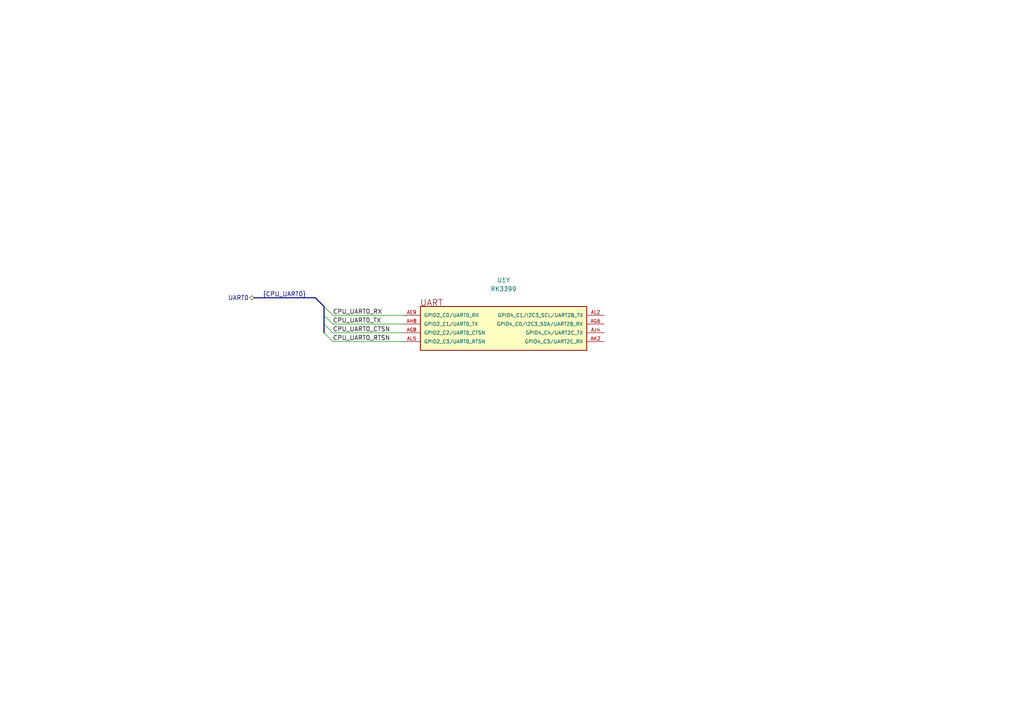
<source format=kicad_sch>
(kicad_sch (version 20250114) (generator "eeschema") (generator_version "9.0")
  (paper "A4")
  (title_block (title "CPU-RK3399 UART Controller") (date "2026-01-14") (rev "1.0.0") (company "TickLab") (comment 1 "Project: VESA-SBC3399"))
  (lib_symbols
    (symbol "component_library:System On Chip (SoC)/RK3399" (pin_names (offset 1.016))
      (property "Reference" "U" (at -20.32 119.38 0))
      (property "Value" "RK3399" (at -15.9283 -124.354 0))
      (symbol "System On Chip (SoC)/RK3399_1_0"
        (text "Internal Logic Ground and Digital IO Ground" (at -30.48 116.84 0) (effects (font (size 1.7823 1.7823)) (justify left bottom)))
        (pin power_in line (at -20.32 114.3 0) (length 5.08) (name "VSS_1") (number "A1"))
        (pin power_in line (at -20.32 111.76 0) (length 5.08) (name "VSS_2") (number "A27"))
        (pin power_in line (at -20.32 109.22 0) (length 5.08) (name "VSS_3") (number "A31"))
        (pin power_in line (at -20.32 106.68 0) (length 5.08) (name "VSS_4") (number "AA3"))
        (pin power_in line (at -20.32 104.14 0) (length 5.08) (name "VSS_5") (number "AA5"))
        (pin power_in line (at -20.32 101.6 0) (length 5.08) (name "VSS_6") (number "AA9"))
        (pin power_in line (at -20.32 99.06 0) (length 5.08) (name "VSS_7") (number "AF18"))
        (pin power_in line (at -20.32 96.52 0) (length 5.08) (name "VSS_8") (number "Y3"))
        (pin power_in line (at -20.32 93.98 0) (length 5.08) (name "VSS_9") (number "AB9"))
        (pin power_in line (at -20.32 91.44 0) (length 5.08) (name "VSS_10") (number "AF20"))
        (pin power_in line (at -20.32 88.9 0) (length 5.08) (name "VSS_11") (number "AD22"))
        (pin power_in line (at -20.32 86.36 0) (length 5.08) (name "VSS_12") (number "AC22"))
        (pin power_in line (at -20.32 83.82 0) (length 5.08) (name "VSS_13") (number "AC20"))
        (pin power_in line (at -20.32 81.28 0) (length 5.08) (name "VSS_14") (number "AE23"))
        (pin power_in line (at -20.32 78.74 0) (length 5.08) (name "VSS_15") (number "Y10"))
        (pin power_in line (at -20.32 76.2 0) (length 5.08) (name "VSS_16") (number "AC3"))
        (pin power_in line (at -20.32 73.66 0) (length 5.08) (name "VSS_17") (number "AD3"))
        (pin power_in line (at -20.32 71.12 0) (length 5.08) (name "VSS_18") (number "AD5"))
        (pin power_in line (at -20.32 68.58 0) (length 5.08) (name "VSS_19") (number "AD10"))
        (pin power_in line (at -20.32 66.04 0) (length 5.08) (name "VSS_20") (number "AF9"))
        (pin power_in line (at -20.32 63.5 0) (length 5.08) (name "VSS_21") (number "AG2"))
        (pin power_in line (at -20.32 60.96 0) (length 5.08) (name "VSS_22") (number "AJ5"))
        (pin power_in line (at -20.32 58.42 0) (length 5.08) (name "VSS_23") (number "AL1"))
        (pin power_in line (at -20.32 55.88 0) (length 5.08) (name "VSS_24") (number "B5"))
        (pin power_in line (at -20.32 53.34 0) (length 5.08) (name "VSS_25") (number "C8"))
        (pin power_in line (at -20.32 50.8 0) (length 5.08) (name "VSS_26") (number "C9"))
        (pin power_in line (at -20.32 48.26 0) (length 5.08) (name "VSS_27") (number "C11"))
        (pin power_in line (at -20.32 45.72 0) (length 5.08) (name "VSS_28") (number "C12"))
        (pin power_in line (at -20.32 43.18 0) (length 5.08) (name "VSS_29") (number "C14"))
        (pin power_in line (at -20.32 40.64 0) (length 5.08) (name "VSS_30") (number "C15"))
        (pin power_in line (at -20.32 38.1 0) (length 5.08) (name "VSS_31") (number "C17"))
        (pin power_in line (at -20.32 35.56 0) (length 5.08) (name "VSS_32") (number "C18"))
        (pin power_in line (at -20.32 33.02 0) (length 5.08) (name "VSS_33") (number "C20"))
        (pin power_in line (at -20.32 30.48 0) (length 5.08) (name "VSS_34") (number "C21"))
        (pin power_in line (at -20.32 27.94 0) (length 5.08) (name "VSS_35") (number "C23"))
        (pin power_in line (at -20.32 25.4 0) (length 5.08) (name "VSS_36") (number "C24"))
        (pin power_in line (at -20.32 22.86 0) (length 5.08) (name "VSS_37") (number "C26"))
        (pin power_in line (at -20.32 20.32 0) (length 5.08) (name "VSS_38") (number "D5"))
        (pin power_in line (at -20.32 17.78 0) (length 5.08) (name "VSS_39") (number "E2"))
        (pin power_in line (at -20.32 15.24 0) (length 5.08) (name "VSS_40") (number "E4"))
        (pin power_in line (at -20.32 12.7 0) (length 5.08) (name "VSS_41") (number "E7"))
        (pin power_in line (at -20.32 10.16 0) (length 5.08) (name "VSS_42") (number "E12"))
        (pin power_in line (at -20.32 7.62 0) (length 5.08) (name "VSS_43") (number "E15"))
        (pin power_in line (at -20.32 5.08 0) (length 5.08) (name "VSS_44") (number "E18"))
        (pin power_in line (at -20.32 2.54 0) (length 5.08) (name "VSS_45") (number "E21"))
        (pin power_in line (at -20.32 0 0) (length 5.08) (name "VSS_46") (number "E24"))
        (pin power_in line (at -20.32 -2.54 0) (length 5.08) (name "VSS_47") (number "E31"))
        (pin power_in line (at -20.32 -5.08 0) (length 5.08) (name "VSS_48") (number "F8"))
        (pin power_in line (at -20.32 -7.62 0) (length 5.08) (name "VSS_49") (number "F15"))
        (pin power_in line (at -20.32 -10.16 0) (length 5.08) (name "VSS_50") (number "F18"))
        (pin power_in line (at -20.32 -12.7 0) (length 5.08) (name "VSS_51") (number "F20"))
        (pin power_in line (at -20.32 -15.24 0) (length 5.08) (name "VSS_52") (number "F21"))
        (pin power_in line (at -20.32 -17.78 0) (length 5.08) (name "VSS_53") (number "G5"))
        (pin power_in line (at -20.32 -20.32 0) (length 5.08) (name "VSS_54") (number "G9"))
        (pin power_in line (at -20.32 -22.86 0) (length 5.08) (name "VSS_55") (number "G18"))
        (pin power_in line (at -20.32 -25.4 0) (length 5.08) (name "VSS_56") (number "G27"))
        (pin power_in line (at -20.32 -27.94 0) (length 5.08) (name "VSS_57") (number "H3"))
        (pin power_in line (at -20.32 -30.48 0) (length 5.08) (name "VSS_58") (number "H9"))
        (pin power_in line (at -20.32 -33.02 0) (length 5.08) (name "VSS_59") (number "H10"))
        (pin power_in line (at -20.32 -35.56 0) (length 5.08) (name "VSS_60") (number "H11"))
        (pin power_in line (at -20.32 -38.1 0) (length 5.08) (name "VSS_61") (number "H12"))
        (pin power_in line (at -20.32 -40.64 0) (length 5.08) (name "VSS_62") (number "H13"))
        (pin power_in line (at -20.32 -43.18 0) (length 5.08) (name "VSS_63") (number "H15"))
        (pin power_in line (at -20.32 -45.72 0) (length 5.08) (name "VSS_64") (number "H16"))
        (pin power_in line (at -20.32 -48.26 0) (length 5.08) (name "VSS_65") (number "H17"))
        (pin power_in line (at -20.32 -50.8 0) (length 5.08) (name "VSS_66") (number "H18"))
        (pin power_in line (at -20.32 -53.34 0) (length 5.08) (name "VSS_67") (number "H26"))
        (pin power_in line (at -20.32 -55.88 0) (length 5.08) (name "VSS_68") (number "J3"))
        (pin power_in line (at -20.32 -58.42 0) (length 5.08) (name "VSS_69") (number "J6"))
        (pin power_in line (at -20.32 -60.96 0) (length 5.08) (name "VSS_70") (number "J7"))
        (pin power_in line (at -20.32 -63.5 0) (length 5.08) (name "VSS_71") (number "J8"))
        (pin power_in line (at -20.32 -66.04 0) (length 5.08) (name "VSS_72") (number "J9"))
        (pin power_in line (at -20.32 -68.58 0) (length 5.08) (name "VSS_73") (number "J10"))
        (pin power_in line (at -20.32 -71.12 0) (length 5.08) (name "VSS_74") (number "K8"))
        (pin power_in line (at -20.32 -73.66 0) (length 5.08) (name "VSS_75") (number "K9"))
        (pin power_in line (at -20.32 -76.2 0) (length 5.08) (name "VSS_76") (number "K10"))
        (pin power_in line (at -20.32 -78.74 0) (length 5.08) (name "VSS_77") (number "K12"))
        (pin power_in line (at -20.32 -81.28 0) (length 5.08) (name "VSS_78") (number "K14"))
        (pin power_in line (at -20.32 -83.82 0) (length 5.08) (name "VSS_79") (number "K16"))
        (pin power_in line (at -20.32 -86.36 0) (length 5.08) (name "VSS_80") (number "K18"))
        (pin power_in line (at -20.32 -88.9 0) (length 5.08) (name "VSS_81") (number "W21"))
        (pin power_in line (at -20.32 -91.44 0) (length 5.08) (name "VSS_82") (number "K20"))
        (pin power_in line (at -20.32 -93.98 0) (length 5.08) (name "VSS_83") (number "N19"))
        (pin power_in line (at -20.32 -96.52 0) (length 5.08) (name "VSS_84") (number "K22"))
        (pin power_in line (at -20.32 -99.06 0) (length 5.08) (name "VSS_85") (number "L3"))
        (pin power_in line (at -20.32 -101.6 0) (length 5.08) (name "VSS_86") (number "L6"))
        (pin power_in line (at -20.32 -104.14 0) (length 5.08) (name "VSS_87") (number "L8"))
        (pin power_in line (at -20.32 -106.68 0) (length 5.08) (name "VSS_88") (number "L11"))
        (pin power_in line (at -20.32 -109.22 0) (length 5.08) (name "VSS_89") (number "L12"))
        (pin power_in line (at -20.32 -111.76 0) (length 5.08) (name "VSS_90") (number "L13"))
        (pin power_in line (at 20.32 114.3 180) (length 5.08) (name "VSS_91") (number "L14"))
        (pin power_in line (at 20.32 111.76 180) (length 5.08) (name "VSS_92") (number "L15"))
        (pin power_in line (at 20.32 109.22 180) (length 5.08) (name "VSS_93") (number "L16"))
        (pin power_in line (at 20.32 106.68 180) (length 5.08) (name "VSS_94") (number "N17"))
        (pin power_in line (at 20.32 104.14 180) (length 5.08) (name "VSS_95") (number "Y17"))
        (pin power_in line (at 20.32 101.6 180) (length 5.08) (name "VSS_96") (number "L20"))
        (pin power_in line (at 20.32 99.06 180) (length 5.08) (name "VSS_97") (number "L22"))
        (pin power_in line (at 20.32 96.52 180) (length 5.08) (name "VSS_98") (number "N21"))
        (pin power_in line (at 20.32 93.98 180) (length 5.08) (name "VSS_99") (number "L27"))
        (pin power_in line (at 20.32 91.44 180) (length 5.08) (name "VSS_100") (number "M3"))
        (pin power_in line (at 20.32 88.9 180) (length 5.08) (name "VSS_101") (number "M8"))
        (pin power_in line (at 20.32 86.36 180) (length 5.08) (name "VSS_102") (number "M10"))
        (pin power_in line (at 20.32 83.82 180) (length 5.08) (name "VSS_103") (number "M16"))
        (pin power_in line (at 20.32 81.28 180) (length 5.08) (name "VSS_104") (number "M23"))
        (pin power_in line (at 20.32 78.74 180) (length 5.08) (name "VSS_105") (number "N8"))
        (pin power_in line (at 20.32 76.2 180) (length 5.08) (name "VSS_106") (number "P11"))
        (pin power_in line (at 20.32 73.66 180) (length 5.08) (name "VSS_107") (number "P12"))
        (pin power_in line (at 20.32 71.12 180) (length 5.08) (name "VSS_108") (number "N13"))
        (pin power_in line (at 20.32 68.58 180) (length 5.08) (name "VSS_109") (number "N14"))
        (pin power_in line (at 20.32 66.04 180) (length 5.08) (name "VSS_110") (number "N15"))
        (pin power_in line (at 20.32 63.5 180) (length 5.08) (name "VSS_111") (number "N16"))
        (pin power_in line (at 20.32 60.96 180) (length 5.08) (name "VSS_112") (number "P3"))
        (pin power_in line (at 20.32 58.42 180) (length 5.08) (name "VSS_113") (number "P6"))
        (pin power_in line (at 20.32 55.88 180) (length 5.08) (name "VSS_114") (number "P7"))
        (pin power_in line (at 20.32 53.34 180) (length 5.08) (name "VSS_115") (number "P8"))
        (pin power_in line (at 20.32 50.8 180) (length 5.08) (name "VSS_116") (number "P10"))
        (pin power_in line (at 20.32 48.26 180) (length 5.08) (name "VSS_117") (number "P16"))
        (pin power_in line (at 20.32 45.72 180) (length 5.08) (name "VSS_118") (number "Y16"))
        (pin power_in line (at 20.32 43.18 180) (length 5.08) (name "VSS_119") (number "P19"))
        (pin power_in line (at 20.32 40.64 180) (length 5.08) (name "VSS_120") (number "R21"))
        (pin power_in line (at 20.32 38.1 180) (length 5.08) (name "VSS_121") (number "P21"))
        (pin power_in line (at 20.32 35.56 180) (length 5.08) (name "VSS_122") (number "T19"))
        (pin power_in line (at 20.32 33.02 180) (length 5.08) (name "VSS_123") (number "R3"))
        (pin power_in line (at 20.32 30.48 180) (length 5.08) (name "VSS_124") (number "R5"))
        (pin power_in line (at 20.32 27.94 180) (length 5.08) (name "VSS_125") (number "R6"))
        (pin power_in line (at 20.32 25.4 180) (length 5.08) (name "VSS_126") (number "U11"))
        (pin power_in line (at 20.32 22.86 180) (length 5.08) (name "VSS_127") (number "U12"))
        (pin power_in line (at 20.32 20.32 180) (length 5.08) (name "VSS_128") (number "W13"))
        (pin power_in line (at 20.32 17.78 180) (length 5.08) (name "VSS_129") (number "R14"))
        (pin power_in line (at 20.32 15.24 180) (length 5.08) (name "VSS_130") (number "R15"))
        (pin power_in line (at 20.32 12.7 180) (length 5.08) (name "VSS_131") (number "R16"))
        (pin power_in line (at 20.32 10.16 180) (length 5.08) (name "VSS_132") (number "AC21"))
        (pin power_in line (at 20.32 7.62 180) (length 5.08) (name "VSS_133") (number "R23"))
        (pin power_in line (at 20.32 5.08 180) (length 5.08) (name "VSS_134") (number "T8"))
        (pin power_in line (at 20.32 2.54 180) (length 5.08) (name "VSS_135") (number "T10"))
        (pin power_in line (at 20.32 0 180) (length 5.08) (name "VSS_136") (number "Y12"))
        (pin power_in line (at 20.32 -2.54 180) (length 5.08) (name "VSS_137") (number "U14"))
        (pin power_in line (at 20.32 -5.08 180) (length 5.08) (name "VSS_138") (number "T16"))
        (pin power_in line (at 20.32 -7.62 180) (length 5.08) (name "VSS_139") (number "T21"))
        (pin power_in line (at 20.32 -10.16 180) (length 5.08) (name "VSS_140") (number "AB19"))
        (pin power_in line (at 20.32 -12.7 180) (length 5.08) (name "VSS_141") (number "U3"))
        (pin power_in line (at 20.32 -15.24 180) (length 5.08) (name "VSS_142") (number "U8"))
        (pin power_in line (at 20.32 -17.78 180) (length 5.08) (name "VSS_143") (number "U15"))
        (pin power_in line (at 20.32 -20.32 180) (length 5.08) (name "VSS_144") (number "U16"))
        (pin power_in line (at 20.32 -22.86 180) (length 5.08) (name "VSS_145") (number "AC18"))
        (pin power_in line (at 20.32 -25.4 180) (length 5.08) (name "VSS_146") (number "U19"))
        (pin power_in line (at 20.32 -27.94 180) (length 5.08) (name "VSS_147") (number "U21"))
        (pin power_in line (at 20.32 -30.48 180) (length 5.08) (name "VSS_148") (number "V17"))
        (pin power_in line (at 20.32 -33.02 180) (length 5.08) (name "VSS_149") (number "U22"))
        (pin power_in line (at 20.32 -35.56 180) (length 5.08) (name "VSS_150") (number "U29"))
        (pin power_in line (at 20.32 -38.1 180) (length 5.08) (name "VSS_151") (number "V3"))
        (pin power_in line (at 20.32 -40.64 180) (length 5.08) (name "VSS_152") (number "V5"))
        (pin power_in line (at 20.32 -43.18 180) (length 5.08) (name "VSS_153") (number "V8"))
        (pin power_in line (at 20.32 -45.72 180) (length 5.08) (name "VSS_154") (number "V10"))
        (pin power_in line (at 20.32 -48.26 180) (length 5.08) (name "VSS_155") (number "Y11"))
        (pin power_in line (at 20.32 -50.8 180) (length 5.08) (name "VSS_156") (number "Y14"))
        (pin power_in line (at 20.32 -53.34 180) (length 5.08) (name "VSS_157") (number "Y15"))
        (pin power_in line (at 20.32 -55.88 180) (length 5.08) (name "VSS_158") (number "W22"))
        (pin power_in line (at 20.32 -58.42 180) (length 5.08) (name "VSS_159") (number "W17"))
        (pin power_in line (at 20.32 -60.96 180) (length 5.08) (name "VSS_160") (number "W30"))
        (pin power_in line (at 20.32 -63.5 180) (length 5.08) (name "VSS_161") (number "W8"))
        (pin power_in line (at 20.32 -66.04 180) (length 5.08) (name "VSS_162") (number "W9"))
        (pin power_in line (at 20.32 -68.58 180) (length 5.08) (name "VSS_163") (number "AD21"))
        (pin power_in line (at 20.32 -71.12 180) (length 5.08) (name "VSS_164") (number "Y13"))
        (pin power_in line (at 20.32 -73.66 180) (length 5.08) (name "VSS_165") (number "R18"))
        (pin power_in line (at 20.32 -76.2 180) (length 5.08) (name "VSS_166") (number "Y9"))
        (pin power_in line (at 20.32 -78.74 180) (length 5.08) (name "VSS_167") (number "W19"))
        (pin power_in line (at 20.32 -81.28 180) (length 5.08) (name "VSS_168") (number "T18"))
        (pin power_in line (at 20.32 -83.82 180) (length 5.08) (name "VSS_169") (number "W18"))
        (pin power_in line (at 20.32 -86.36 180) (length 5.08) (name "VSS_170") (number "Y20"))
        (pin power_in line (at 20.32 -88.9 180) (length 5.08) (name "VSS_171") (number "AJ28"))
        (pin power_in line (at 20.32 -91.44 180) (length 5.08) (name "VSS_172") (number "AJ21"))
        (pin power_in line (at 20.32 -93.98 180) (length 5.08) (name "VSS_173") (number "AJ23"))
        (pin power_in line (at 20.32 -96.52 180) (length 5.08) (name "VSS_174") (number "AJ24"))
        (pin power_in line (at 20.32 -99.06 180) (length 5.08) (name "VSS_175") (number "AJ26"))
        (pin power_in line (at 20.32 -101.6 180) (length 5.08) (name "VSS_176") (number "AJ27"))
        (pin power_in line (at 20.32 -104.14 180) (length 5.08) (name "VSS_177") (number "AA13"))
        (pin power_in line (at 20.32 -106.68 180) (length 5.08) (name "VSS_178") (number "AL31"))
        (pin power_in line (at 20.32 -109.22 180) (length 5.08) (name "VSS_179") (number "AA10"))
        (pin power_in line (at 20.32 -111.76 180) (length 5.08) (name "VSS_180") (number "AJ20"))
      )
      (symbol "System On Chip (SoC)/RK3399_2_0"
        (text "Analog Ground" (at -15.3236 48.4013 0) (effects (font (size 1.784 1.784)) (justify left bottom)))
        (pin power_in line (at -20.32 43.18 0) (length 5.08) (name "AVSS_1") (number "Y23"))
        (pin power_in line (at -20.32 40.64 0) (length 5.08) (name "AVSS_2") (number "AF23"))
        (pin power_in line (at -20.32 38.1 0) (length 5.08) (name "AVSS_3") (number "AF24"))
        (pin power_in line (at -20.32 35.56 0) (length 5.08) (name "AVSS_4") (number "AA23"))
        (pin power_in line (at -20.32 33.02 0) (length 5.08) (name "AVSS_5") (number "AB23"))
        (pin power_in line (at -20.32 30.48 0) (length 5.08) (name "AVSS_6") (number "AA26"))
        (pin power_in line (at -20.32 27.94 0) (length 5.08) (name "AVSS_7") (number "AA29"))
        (pin power_in line (at -20.32 25.4 0) (length 5.08) (name "AVSS_8") (number "AB11"))
        (pin power_in line (at -20.32 22.86 0) (length 5.08) (name "AVSS_9") (number "AB13"))
        (pin power_in line (at -20.32 20.32 0) (length 5.08) (name "AVSS_10") (number "AC15"))
        (pin power_in line (at -20.32 17.78 0) (length 5.08) (name "AVSS_11") (number "AD13"))
        (pin power_in line (at -20.32 15.24 0) (length 5.08) (name "AVSS_12") (number "AB10"))
        (pin power_in line (at -20.32 12.7 0) (length 5.08) (name "AVSS_13") (number "AA11"))
        (pin power_in line (at -20.32 10.16 0) (length 5.08) (name "AVSS_14") (number "AC26"))
        (pin power_in line (at -20.32 7.62 0) (length 5.08) (name "AVSS_15") (number "AC29"))
        (pin power_in line (at -20.32 5.08 0) (length 5.08) (name "AVSS_16") (number "AD17"))
        (pin power_in line (at -20.32 2.54 0) (length 5.08) (name "AVSS_17") (number "AA12"))
        (pin power_in line (at -20.32 0 0) (length 5.08) (name "AVSS_18") (number "AC16"))
        (pin power_in line (at -20.32 -2.54 0) (length 5.08) (name "AVSS_19") (number "AC23"))
        (pin power_in line (at -20.32 -5.08 0) (length 5.08) (name "AVSS_20") (number "AD29"))
        (pin power_in line (at -20.32 -7.62 0) (length 5.08) (name "AVSS_21") (number "AE11"))
        (pin power_in line (at -20.32 -10.16 0) (length 5.08) (name "AVSS_22") (number "AE12"))
        (pin power_in line (at -20.32 -12.7 0) (length 5.08) (name "AVSS_23") (number "AE14"))
        (pin power_in line (at -20.32 -15.24 0) (length 5.08) (name "AVSS_24") (number "AE17"))
        (pin power_in line (at -20.32 -17.78 0) (length 5.08) (name "AVSS_25") (number "AE27"))
        (pin power_in line (at -20.32 -20.32 0) (length 5.08) (name "AVSS_26") (number "AA14"))
        (pin power_in line (at -20.32 -22.86 0) (length 5.08) (name "AVSS_27") (number "AF17"))
        (pin power_in line (at -20.32 -25.4 0) (length 5.08) (name "AVSS_28") (number "AF29"))
        (pin power_in line (at -20.32 -27.94 0) (length 5.08) (name "AVSS_29") (number "AG29"))
        (pin power_in line (at -20.32 -30.48 0) (length 5.08) (name "AVSS_30") (number "AH29"))
        (pin power_in line (at -20.32 -33.02 0) (length 5.08) (name "AVSS_31") (number "AJ6"))
        (pin power_in line (at -20.32 -35.56 0) (length 5.08) (name "AVSS_32") (number "AJ8"))
        (pin power_in line (at -20.32 -38.1 0) (length 5.08) (name "AVSS_33") (number "AJ9"))
        (pin power_in line (at -20.32 -40.64 0) (length 5.08) (name "AVSS_34") (number "AJ11"))
        (pin power_in line (at -20.32 -43.18 0) (length 5.08) (name "AVSS_35") (number "AJ12"))
        (pin power_in line (at 20.32 43.18 180) (length 5.08) (name "AVSS_36") (number "AJ14"))
        (pin power_in line (at 20.32 40.64 180) (length 5.08) (name "AVSS_37") (number "AJ15"))
        (pin power_in line (at 20.32 38.1 180) (length 5.08) (name "AVSS_38") (number "AJ17"))
        (pin power_in line (at 20.32 35.56 180) (length 5.08) (name "AVSS_39") (number "AJ18"))
        (pin power_in line (at 20.32 33.02 180) (length 5.08) (name "AVSS_40") (number "AD26"))
        (pin power_in line (at 20.32 30.48 180) (length 5.08) (name "AVSS_41") (number "AB16"))
        (pin power_in line (at 20.32 27.94 180) (length 5.08) (name "AVSS_42") (number "AB15"))
        (pin power_in line (at 20.32 25.4 180) (length 5.08) (name "AVSS_43") (number "AC17"))
        (pin power_in line (at 20.32 22.86 180) (length 5.08) (name "AVSS_44") (number "AC11"))
        (pin power_in line (at 20.32 20.32 180) (length 5.08) (name "AVSS_45") (number "AC13"))
        (pin power_in line (at 20.32 17.78 180) (length 5.08) (name "AVSS_46") (number "W23"))
        (pin power_in line (at 20.32 15.24 180) (length 5.08) (name "AVSS_47") (number "AJ29"))
        (pin power_in line (at 20.32 12.7 180) (length 5.08) (name "AVSS_48") (number "Y29"))
        (pin power_in line (at 20.32 10.16 180) (length 5.08) (name "AVSS_49") (number "U23"))
        (pin power_in line (at 20.32 7.62 180) (length 5.08) (name "AVSS_50") (number "V23"))
        (pin power_in line (at 20.32 5.08 180) (length 5.08) (name "AVSS_51") (number "AC25"))
        (pin power_in line (at 20.32 2.54 180) (length 5.08) (name "AVSS_52") (number "AB17"))
        (pin power_in line (at 20.32 0 180) (length 5.08) (name "AVSS_53") (number "AA15"))
        (pin power_in line (at 20.32 -7.62 180) (length 5.08) (name "EDP_AVSS_1") (number "B31"))
        (pin power_in line (at 20.32 -10.16 180) (length 5.08) (name "EDP_AVSS_2") (number "C28"))
        (pin power_in line (at 20.32 -12.7 180) (length 5.08) (name "EDP_AVSS_3") (number "C29"))
        (pin power_in line (at 20.32 -15.24 180) (length 5.08) (name "EDP_AVSS_4") (number "D29"))
        (pin power_in line (at 20.32 -17.78 180) (length 5.08) (name "EDP_AVSS_5") (number "H19"))
        (pin power_in line (at 20.32 -20.32 180) (length 5.08) (name "EDP_AVSS_6") (number "J21"))
        (pin power_in line (at 20.32 -30.48 180) (length 5.08) (name "PLL_AVSS") (number "P17"))
      )
      (symbol "System On Chip (SoC)/RK3399_3_0"
        (text "Internal Center Logic Power" (at -17.78 7.62 0) (effects (font (size 1.7808 1.7808)) (justify left bottom)))
        (pin power_in line (at -25.4 5.08 0) (length 5.08) (name "CENTERLOGIC_VDD_1") (number "M11"))
        (pin power_in line (at -25.4 2.54 0) (length 5.08) (name "CENTERLOGIC_VDD_2") (number "M12"))
        (pin power_in line (at -25.4 0 0) (length 5.08) (name "CENTERLOGIC_VDD_3") (number "M13"))
        (pin power_in line (at -25.4 -2.54 0) (length 5.08) (name "CENTERLOGIC_VDD_4") (number "M14"))
        (pin power_in line (at -25.4 -5.08 0) (length 5.08) (name "CENTERLOGIC_VDD_5") (number "M15"))
        (pin power_in line (at 25.4 5.08 180) (length 5.08) (name "CENTERLOGIC_VDD_6") (number "N11"))
        (pin power_in line (at 25.4 2.54 180) (length 5.08) (name "CENTERLOGIC_VDD_7") (number "N12"))
        (pin power_in line (at 25.4 0 180) (length 5.08) (name "CENTERLOGIC_VDD_8") (number "P13"))
        (pin power_in line (at 25.4 -2.54 180) (length 5.08) (name "CENTERLOGIC_VDD_9") (number "P14"))
        (pin power_in line (at 25.4 -5.08 180) (length 5.08) (name "CENTERLOGIC_VDD_10") (number "P15"))
      )
      (symbol "System On Chip (SoC)/RK3399_4_0"
        (text "Internal GPU Power" (at -15.3324 15.3417 0) (effects (font (size 1.7843 1.7843)) (justify left bottom)))
        (pin power_in line (at -20.32 12.7 0) (length 5.08) (name "GPU_VDD_1") (number "W11"))
        (pin power_in line (at -20.32 10.16 0) (length 5.08) (name "GPU_VDD_2") (number "W12"))
        (pin power_in line (at -20.32 7.62 0) (length 5.08) (name "GPU_VDD_3") (number "W14"))
        (pin power_in line (at -20.32 5.08 0) (length 5.08) (name "GPU_VDD_4") (number "V15"))
        (pin power_in line (at -20.32 2.54 0) (length 5.08) (name "GPU_VDD_5") (number "V14"))
        (pin power_in line (at -20.32 0 0) (length 5.08) (name "GPU_VDD_6") (number "V13"))
        (pin power_in line (at -20.32 -2.54 0) (length 5.08) (name "GPU_VDD_7") (number "U13"))
        (pin power_in line (at -20.32 -5.08 0) (length 5.08) (name "GPU_VDD_8") (number "R11"))
        (pin power_in line (at -20.32 -7.62 0) (length 5.08) (name "GPU_VDD_9") (number "R12"))
        (pin power_in line (at -20.32 -10.16 0) (length 5.08) (name "GPU_VDD_10") (number "T11"))
        (pin power_in line (at 20.32 12.7 180) (length 5.08) (name "GPU_VDD_11") (number "T12"))
        (pin power_in line (at 20.32 10.16 180) (length 5.08) (name "GPU_VDD_12") (number "T13"))
        (pin power_in line (at 20.32 7.62 180) (length 5.08) (name "GPU_VDD_13") (number "R13"))
        (pin power_in line (at 20.32 5.08 180) (length 5.08) (name "GPU_VDD_14") (number "T14"))
        (pin power_in line (at 20.32 2.54 180) (length 5.08) (name "GPU_VDD_15") (number "V11"))
        (pin power_in line (at 20.32 0 180) (length 5.08) (name "GPU_VDD_16") (number "V12"))
        (pin power_in line (at 20.32 -2.54 180) (length 5.08) (name "GPU_VDD_17") (number "V16"))
        (pin power_in line (at 20.32 -5.08 180) (length 5.08) (name "GPU_VDD_18") (number "W16"))
        (pin power_in line (at 20.32 -7.62 180) (length 5.08) (name "GPU_VDD_19") (number "W15"))
        (pin power_in line (at 20.32 -10.16 180) (length 5.08) (name "GPU_VDD_20") (number "W10"))
        (pin power_out line (at 20.32 -12.7 180) (length 5.08) (name "GPU_VDD_COM") (number "T15"))
      )
      (symbol "System On Chip (SoC)/RK3399_5_0"
        (text "Internal BIG CPU A72 Power" (at -17.78 10.16 0) (effects (font (size 1.7837 1.7837)) (justify left bottom)))
        (pin power_in line (at -20.32 7.62 0) (length 5.08) (name "BIGCPU_VDD_1") (number "L19"))
        (pin power_in line (at -20.32 5.08 0) (length 5.08) (name "BIGCPU_VDD_2") (number "L21"))
        (pin power_in line (at -20.32 2.54 0) (length 5.08) (name "BIGCPU_VDD_3") (number "M18"))
        (pin power_in line (at -20.32 0 0) (length 5.08) (name "BIGCPU_VDD_4") (number "M19"))
        (pin power_in line (at -20.32 -2.54 0) (length 5.08) (name "BIGCPU_VDD_5") (number "M20"))
        (pin power_in line (at -20.32 -5.08 0) (length 5.08) (name "BIGCPU_VDD_6") (number "M21"))
        (pin power_in line (at -20.32 -7.62 0) (length 5.08) (name "BIGCPU_VDD_7") (number "M22"))
        (pin power_in line (at 20.32 7.62 180) (length 5.08) (name "BIGCPU_VDD_8") (number "L18"))
        (pin power_in line (at 20.32 5.08 180) (length 5.08) (name "BIGCPU_VDD_9") (number "N22"))
        (pin power_in line (at 20.32 2.54 180) (length 5.08) (name "BIGCPU_VDD_10") (number "N20"))
        (pin power_in line (at 20.32 0 180) (length 5.08) (name "BIGCPU_VDD_11") (number "L23"))
        (pin power_in line (at 20.32 -2.54 180) (length 5.08) (name "BIGCPU_VDD_12") (number "K19"))
        (pin power_in line (at 20.32 -5.08 180) (length 5.08) (name "BIGCPU_VDD_13") (number "K21"))
        (pin power_out line (at 20.32 -7.62 180) (length 5.08) (name "BIGCPU_VDD_COM") (number "N18"))
      )
      (symbol "System On Chip (SoC)/RK3399_6_0"
        (text "Internal Logic Power" (at -15.24 10.16 0) (effects (font (size 1.7838 1.7838)) (justify left bottom)))
        (pin power_in line (at -20.32 7.62 0) (length 5.08) (name "LOGIC_VDD_1") (number "V22"))
        (pin power_in line (at -20.32 5.08 0) (length 5.08) (name "LOGIC_VDD_2") (number "V21"))
        (pin power_in line (at -20.32 2.54 0) (length 5.08) (name "LOGIC_VDD_3") (number "V20"))
        (pin power_in line (at -20.32 0 0) (length 5.08) (name "LOGIC_VDD_4") (number "V19"))
        (pin power_in line (at -20.32 -2.54 0) (length 5.08) (name "LOGIC_VDD_5") (number "V18"))
        (pin power_in line (at -20.32 -5.08 0) (length 5.08) (name "LOGIC_VDD_6") (number "W20"))
        (pin power_in line (at 20.32 7.62 180) (length 5.08) (name "LOGIC_VDD_7") (number "U18"))
        (pin power_in line (at 20.32 5.08 180) (length 5.08) (name "LOGIC_VDD_8") (number "U17"))
        (pin power_in line (at 20.32 2.54 180) (length 5.08) (name "LOGIC_VDD_9") (number "M17"))
        (pin power_in line (at 20.32 0 180) (length 5.08) (name "LOGIC_VDD_10") (number "L17"))
        (pin power_in line (at 20.32 -2.54 180) (length 5.08) (name "LOGIC_VDD_11") (number "T17"))
        (pin power_in line (at 20.32 -5.08 180) (length 5.08) (name "LOGIC_VDD_12") (number "U20"))
      )
      (symbol "System On Chip (SoC)/RK3399_7_0"
        (text "Internal LITTLE CPU A53 Power" (at -20.4095 5.1351 0) (effects (font (size 1.7835 1.7835)) (justify left bottom)))
        (pin power_in line (at -20.32 2.54 0) (length 5.08) (name "LITCPU_VDD_1") (number "P20"))
        (pin power_in line (at -20.32 0 0) (length 5.08) (name "LITCPU_VDD_2") (number "R19"))
        (pin power_in line (at -20.32 -2.54 0) (length 5.08) (name "LITCPU_VDD_3") (number "R20"))
        (pin power_in line (at -20.32 -5.08 0) (length 5.08) (name "LITCPU_VDD_4") (number "P22"))
        (pin power_in line (at 20.32 2.54 180) (length 5.08) (name "LITCPU_VDD_5") (number "T22"))
        (pin power_in line (at 20.32 0 180) (length 5.08) (name "LITCPU_VDD_6") (number "T20"))
        (pin power_in line (at 20.32 -2.54 180) (length 5.08) (name "LITCPU_VDD_7") (number "R22"))
      )
      (symbol "System On Chip (SoC)/RK3399_8_0"
        (text "PCIe differential data I/O signals" (at -20.4082 22.9382 0) (effects (font (size 1.7834 1.7834)) (justify left bottom)))
        (pin input line (at -25.4 20.32 0) (length 5.08) (name "PCIE_RX0_P") (number "AF30"))
        (pin input line (at -25.4 17.78 0) (length 5.08) (name "PCIE_RX0_N") (number "AF31"))
        (pin input line (at -25.4 12.7 0) (length 5.08) (name "PCIE_RX1_P") (number "AH30"))
        (pin input line (at -25.4 10.16 0) (length 5.08) (name "PCIE_RX1_N") (number "AH31"))
        (pin input line (at -25.4 5.08 0) (length 5.08) (name "PCIE_RX2_P") (number "AC27"))
        (pin input line (at -25.4 2.54 0) (length 5.08) (name "PCIE_RX2_N") (number "AC28"))
        (pin input line (at -25.4 -2.54 0) (length 5.08) (name "PCIE_RX3_P") (number "AF27"))
        (pin input line (at -25.4 -5.08 0) (length 5.08) (name "PCIE_RX3_N") (number "AF28"))
        (pin input clock (at -25.4 -10.16 0) (length 5.08) (name "GPIO4_D0/PCIE_CLKREQNB") (number "AE6"))
        (pin power_in line (at 25.4 20.32 180) (length 5.08) (name "PCIE_AVDD_0V9") (number "W24"))
        (pin power_in line (at 25.4 17.78 180) (length 5.08) (name "PCIE_AVDD_1V8") (number "Y24"))
        (pin output line (at 25.4 12.7 180) (length 5.08) (name "PCIE_TX0_P") (number "AE30"))
        (pin output line (at 25.4 10.16 180) (length 5.08) (name "PCIE_TX0_N") (number "AE31"))
        (pin output line (at 25.4 5.08 180) (length 5.08) (name "PCIE_TX1_P") (number "AG30"))
        (pin output line (at 25.4 2.54 180) (length 5.08) (name "PCIE_TX1_N") (number "AG31"))
        (pin output line (at 25.4 -2.54 180) (length 5.08) (name "PCIE_TX2_P") (number "AA27"))
        (pin output line (at 25.4 -5.08 180) (length 5.08) (name "PCIE_TX2_N") (number "AA28"))
        (pin output line (at 25.4 -10.16 180) (length 5.08) (name "PCIE_TX3_P") (number "AD27"))
        (pin output line (at 25.4 -12.7 180) (length 5.08) (name "PCIE_TX3_N") (number "AD28"))
        (pin output line (at 25.4 -17.78 180) (length 5.08) (name "PCIE_RCLK_100M_N") (number "AD30"))
        (pin output line (at 25.4 -20.32 180) (length 5.08) (name "PCIE_RCLK_100M_P") (number "AD31"))
      )
      (symbol "System On Chip (SoC)/RK3399_9_0"
        (text "DDRC0" (at -20.4006 73.8062 0) (effects (font (size 1.7827 1.7827)) (justify left bottom)))
        (pin bidirectional line (at -25.4 71.12 0) (length 5.08) (name "DDR0_DQ0") (number "AB2"))
        (pin bidirectional line (at -25.4 68.58 0) (length 5.08) (name "DDR0_DQ1") (number "AB1"))
        (pin bidirectional line (at -25.4 66.04 0) (length 5.08) (name "DDR0_DQ2") (number "AA2"))
        (pin bidirectional line (at -25.4 63.5 0) (length 5.08) (name "DDR0_DQ3") (number "AA1"))
        (pin bidirectional line (at -25.4 60.96 0) (length 5.08) (name "DDR0_DQ4") (number "Y2"))
        (pin bidirectional line (at -25.4 58.42 0) (length 5.08) (name "DDR0_DQ5") (number "Y1"))
        (pin bidirectional line (at -25.4 55.88 0) (length 5.08) (name "DDR0_DQ6") (number "W1"))
        (pin bidirectional line (at -25.4 53.34 0) (length 5.08) (name "DDR0_DQ7") (number "W2"))
        (pin bidirectional line (at -25.4 50.8 0) (length 5.08) (name "DDR0_DQ8") (number "AF2"))
        (pin bidirectional line (at -25.4 48.26 0) (length 5.08) (name "DDR0_DQ9") (number "AE2"))
        (pin bidirectional line (at -25.4 45.72 0) (length 5.08) (name "DDR0_DQ10") (number "AF1"))
        (pin bidirectional line (at -25.4 43.18 0) (length 5.08) (name "DDR0_DQ11") (number "AD2"))
        (pin bidirectional line (at -25.4 40.64 0) (length 5.08) (name "DDR0_DQ12") (number "AE1"))
        (pin bidirectional line (at -25.4 38.1 0) (length 5.08) (name "DDR0_DQ13") (number "AD1"))
        (pin bidirectional line (at -25.4 35.56 0) (length 5.08) (name "DDR0_DQ14") (number "AC1"))
        (pin bidirectional line (at -25.4 33.02 0) (length 5.08) (name "DDR0_DQ15") (number "AC2"))
        (pin bidirectional line (at -25.4 30.48 0) (length 5.08) (name "DDR0_DQ16") (number "V1"))
        (pin bidirectional line (at -25.4 27.94 0) (length 5.08) (name "DDR0_DQ17") (number "V2"))
        (pin bidirectional line (at -25.4 25.4 0) (length 5.08) (name "DDR0_DQ18") (number "U1"))
        (pin bidirectional line (at -25.4 22.86 0) (length 5.08) (name "DDR0_DQ19") (number "U2"))
        (pin bidirectional line (at -25.4 20.32 0) (length 5.08) (name "DDR0_DQ20") (number "T1"))
        (pin bidirectional line (at -25.4 17.78 0) (length 5.08) (name "DDR0_DQ21") (number "T2"))
        (pin bidirectional line (at -25.4 15.24 0) (length 5.08) (name "DDR0_DQ22") (number "R2"))
        (pin bidirectional line (at -25.4 12.7 0) (length 5.08) (name "DDR0_DQ23") (number "R1"))
        (pin bidirectional line (at -25.4 10.16 0) (length 5.08) (name "DDR0_DQ24") (number "P1"))
        (pin bidirectional line (at -25.4 7.62 0) (length 5.08) (name "DDR0_DQ25") (number "P2"))
        (pin bidirectional line (at -25.4 5.08 0) (length 5.08) (name "DDR0_DQ26") (number "N1"))
        (pin bidirectional line (at -25.4 2.54 0) (length 5.08) (name "DDR0_DQ27") (number "M1"))
        (pin bidirectional line (at -25.4 0 0) (length 5.08) (name "DDR0_DQ28") (number "N2"))
        (pin bidirectional line (at -25.4 -2.54 0) (length 5.08) (name "DDR0_DQ29") (number "L1"))
        (pin bidirectional line (at -25.4 -5.08 0) (length 5.08) (name "DDR0_DQ30") (number "M2"))
        (pin bidirectional line (at -25.4 -7.62 0) (length 5.08) (name "DDR0_DQ31") (number "L2"))
        (pin bidirectional line (at -25.4 -15.24 0) (length 5.08) (name "DDR0_DQS0P") (number "Y4"))
        (pin bidirectional line (at -25.4 -17.78 0) (length 5.08) (name "DDR0_DQS0N") (number "AA4"))
        (pin bidirectional line (at -25.4 -20.32 0) (length 5.08) (name "DDR0_DQS1P") (number "AC4"))
        (pin bidirectional line (at -25.4 -22.86 0) (length 5.08) (name "DDR0_DQS1N") (number "AD4"))
        (pin bidirectional line (at -25.4 -25.4 0) (length 5.08) (name "DDR0_DQS2P") (number "U4"))
        (pin bidirectional line (at -25.4 -27.94 0) (length 5.08) (name "DDR0_DQS2N") (number "V4"))
        (pin bidirectional line (at -25.4 -30.48 0) (length 5.08) (name "DDR0_DQS3P") (number "P4"))
        (pin bidirectional line (at -25.4 -33.02 0) (length 5.08) (name "DDR0_DQS3N") (number "R4"))
        (pin bidirectional line (at -25.4 -38.1 0) (length 5.08) (name "DDR0_PZQ") (number "R7"))
        (pin power_in line (at -25.4 -58.42 0) (length 5.08) (name "DDR0PLL_AVDD_0V9") (number "R8"))
        (pin power_in line (at -25.4 -60.96 0) (length 5.08) (name "DDR0_CLK_VDD") (number "M7"))
        (pin power_in line (at -25.4 -63.5 0) (length 5.08) (name "DDR0_VDD_1") (number "L9"))
        (pin power_in line (at -25.4 -66.04 0) (length 5.08) (name "DDR0_VDD_2") (number "L10"))
        (pin power_in line (at -25.4 -68.58 0) (length 5.08) (name "DDR0_VDD_3") (number "M9"))
        (pin power_in line (at -25.4 -71.12 0) (length 5.08) (name "DDR0_VDD_4") (number "N9"))
        (pin power_in line (at -25.4 -73.66 0) (length 5.08) (name "DDR0_VDD_5") (number "N10"))
        (pin power_in line (at -25.4 -76.2 0) (length 5.08) (name "DDR0_VDD_6") (number "P9"))
        (pin power_in line (at -25.4 -78.74 0) (length 5.08) (name "DDR0_VDD_7") (number "R9"))
        (pin output line (at 25.4 71.12 180) (length 5.08) (name "DDR0_CLK0P") (number "H4"))
        (pin output line (at 25.4 68.58 180) (length 5.08) (name "DDR0_CLK0N") (number "J4"))
        (pin output line (at 25.4 66.04 180) (length 5.08) (name "DDR0_CLK1P") (number "H5"))
        (pin output line (at 25.4 63.5 180) (length 5.08) (name "DDR0_CLK1N") (number "J5"))
        (pin output line (at 25.4 58.42 180) (length 5.08) (name "DDR0_RESETN") (number "L7"))
        (pin output line (at 25.4 55.88 180) (length 5.08) (name "DDR0_RASN") (number "F3"))
        (pin output line (at 25.4 53.34 180) (length 5.08) (name "DDR0_CASN") (number "H6"))
        (pin output line (at 25.4 45.72 180) (length 5.08) (name "DDR0_DM0") (number "Y5"))
        (pin output line (at 25.4 43.18 180) (length 5.08) (name "DDR0_DM1") (number "AC5"))
        (pin output line (at 25.4 40.64 180) (length 5.08) (name "DDR0_DM2") (number "U5"))
        (pin output line (at 25.4 38.1 180) (length 5.08) (name "DDR0_DM3") (number "P5"))
        (pin output line (at 25.4 33.02 180) (length 5.08) (name "DDR0_CSN0") (number "M6"))
        (pin output line (at 25.4 30.48 180) (length 5.08) (name "DDR0_CSN1") (number "B1"))
        (pin output line (at 25.4 27.94 180) (length 5.08) (name "DDR0_CSN2") (number "M5"))
        (pin output line (at 25.4 25.4 180) (length 5.08) (name "DDR0_CSN3") (number "C2"))
        (pin output line (at 25.4 22.86 180) (length 5.08) (name "DDR0_A0") (number "F2"))
        (pin output line (at 25.4 20.32 180) (length 5.08) (name "DDR0_A1") (number "F1"))
        (pin output line (at 25.4 17.78 180) (length 5.08) (name "DDR0_A2") (number "G1"))
        (pin output line (at 25.4 15.24 180) (length 5.08) (name "DDR0_A3") (number "G2"))
        (pin output line (at 25.4 12.7 180) (length 5.08) (name "DDR0_A4") (number "H2"))
        (pin output line (at 25.4 10.16 180) (length 5.08) (name "DDR0_A5") (number "H1"))
        (pin output line (at 25.4 7.62 180) (length 5.08) (name "DDR0_A6") (number "J1"))
        (pin output line (at 25.4 5.08 180) (length 5.08) (name "DDR0_A7") (number "J2"))
        (pin output line (at 25.4 2.54 180) (length 5.08) (name "DDR0_A8") (number "K2"))
        (pin output line (at 25.4 0 180) (length 5.08) (name "DDR0_A9") (number "K1"))
        (pin output line (at 25.4 -2.54 180) (length 5.08) (name "DDR0_A10") (number "D1"))
        (pin output line (at 25.4 -5.08 180) (length 5.08) (name "DDR0_A11") (number "E3"))
        (pin output line (at 25.4 -7.62 180) (length 5.08) (name "DDR0_A12") (number "C1"))
        (pin output line (at 25.4 -10.16 180) (length 5.08) (name "DDR0_A13") (number "D2"))
        (pin output line (at 25.4 -12.7 180) (length 5.08) (name "DDR0_A14") (number "D3"))
        (pin output line (at 25.4 -15.24 180) (length 5.08) (name "DDR0_A15") (number "H7"))
        (pin output line (at 25.4 -20.32 180) (length 5.08) (name "DDR0_ATB0") (number "U6"))
        (pin output line (at 25.4 -22.86 180) (length 5.08) (name "DDR0_ATB1") (number "U7"))
        (pin output line (at 25.4 -27.94 180) (length 5.08) (name "DDR0_BA0") (number "C3"))
        (pin output line (at 25.4 -30.48 180) (length 5.08) (name "DDR0_BA1") (number "F4"))
        (pin output line (at 25.4 -33.02 180) (length 5.08) (name "DDR0_BA2") (number "M4"))
        (pin output line (at 25.4 -38.1 180) (length 5.08) (name "DDR0_ODT0") (number "L4"))
        (pin output line (at 25.4 -40.64 180) (length 5.08) (name "DDR0_ODT1") (number "L5"))
        (pin output line (at 25.4 -45.72 180) (length 5.08) (name "DDR0_PLL_TESTOUT_P") (number "V6"))
        (pin output line (at 25.4 -48.26 180) (length 5.08) (name "DDR0_PLL_TESTOUT_N") (number "V7"))
        (pin output line (at 25.4 -53.34 180) (length 5.08) (name "DDR0_WEN") (number "G6"))
        (pin output line (at 25.4 -60.96 180) (length 5.08) (name "DDR0_CKE0") (number "E1"))
        (pin output line (at 25.4 -63.5 180) (length 5.08) (name "DDR0_CKE1") (number "F5"))
        (pin power_in line (at 25.4 -68.58 180) (length 5.08) (name "DDR0_VDD_8") (number "R10"))
        (pin power_in line (at 25.4 -71.12 180) (length 5.08) (name "DDR0_VDD_9") (number "T9"))
        (pin power_in line (at 25.4 -73.66 180) (length 5.08) (name "DDR0_VDD_10") (number "U9"))
        (pin power_in line (at 25.4 -76.2 180) (length 5.08) (name "DDR0_VDD_11") (number "U10"))
        (pin power_in line (at 25.4 -78.74 180) (length 5.08) (name "DDR0_VDD_12") (number "V9"))
      )
      (symbol "System On Chip (SoC)/RK3399_10_0"
        (text "DDRC1" (at -20.4001 73.8044 0) (effects (font (size 1.7827 1.7827)) (justify left bottom)))
        (pin bidirectional line (at -25.4 71.12 0) (length 5.08) (name "DDR1_DQ0") (number "B15"))
        (pin bidirectional line (at -25.4 68.58 0) (length 5.08) (name "DDR1_DQ1") (number "A15"))
        (pin bidirectional line (at -25.4 66.04 0) (length 5.08) (name "DDR1_DQ2") (number "B16"))
        (pin bidirectional line (at -25.4 63.5 0) (length 5.08) (name "DDR1_DQ3") (number "A16"))
        (pin bidirectional line (at -25.4 60.96 0) (length 5.08) (name "DDR1_DQ4") (number "B17"))
        (pin bidirectional line (at -25.4 58.42 0) (length 5.08) (name "DDR1_DQ5") (number "A17"))
        (pin bidirectional line (at -25.4 55.88 0) (length 5.08) (name "DDR1_DQ6") (number "A18"))
        (pin bidirectional line (at -25.4 53.34 0) (length 5.08) (name "DDR1_DQ7") (number "B18"))
        (pin bidirectional line (at -25.4 50.8 0) (length 5.08) (name "DDR1_DQ8") (number "B11"))
        (pin bidirectional line (at -25.4 48.26 0) (length 5.08) (name "DDR1_DQ9") (number "B12"))
        (pin bidirectional line (at -25.4 45.72 0) (length 5.08) (name "DDR1_DQ10") (number "A11"))
        (pin bidirectional line (at -25.4 43.18 0) (length 5.08) (name "DDR1_DQ11") (number "B13"))
        (pin bidirectional line (at -25.4 40.64 0) (length 5.08) (name "DDR1_DQ12") (number "A12"))
        (pin bidirectional line (at -25.4 38.1 0) (length 5.08) (name "DDR1_DQ13") (number "A13"))
        (pin bidirectional line (at -25.4 35.56 0) (length 5.08) (name "DDR1_DQ14") (number "A14"))
        (pin bidirectional line (at -25.4 33.02 0) (length 5.08) (name "DDR1_DQ15") (number "B14"))
        (pin bidirectional line (at -25.4 30.48 0) (length 5.08) (name "DDR1_DQ16") (number "A19"))
        (pin bidirectional line (at -25.4 27.94 0) (length 5.08) (name "DDR1_DQ17") (number "B19"))
        (pin bidirectional line (at -25.4 25.4 0) (length 5.08) (name "DDR1_DQ18") (number "A20"))
        (pin bidirectional line (at -25.4 22.86 0) (length 5.08) (name "DDR1_DQ19") (number "B20"))
        (pin bidirectional line (at -25.4 20.32 0) (length 5.08) (name "DDR1_DQ20") (number "A21"))
        (pin bidirectional line (at -25.4 17.78 0) (length 5.08) (name "DDR1_DQ21") (number "B21"))
        (pin bidirectional line (at -25.4 15.24 0) (length 5.08) (name "DDR1_DQ22") (number "B22"))
        (pin bidirectional line (at -25.4 12.7 0) (length 5.08) (name "DDR1_DQ23") (number "A22"))
        (pin bidirectional line (at -25.4 10.16 0) (length 5.08) (name "DDR1_DQ24") (number "A23"))
        (pin bidirectional line (at -25.4 7.62 0) (length 5.08) (name "DDR1_DQ25") (number "B23"))
        (pin bidirectional line (at -25.4 5.08 0) (length 5.08) (name "DDR1_DQ26") (number "A24"))
        (pin bidirectional line (at -25.4 2.54 0) (length 5.08) (name "DDR1_DQ27") (number "A25"))
        (pin bidirectional line (at -25.4 0 0) (length 5.08) (name "DDR1_DQ28") (number "B24"))
        (pin bidirectional line (at -25.4 -2.54 0) (length 5.08) (name "DDR1_DQ29") (number "A26"))
        (pin bidirectional line (at -25.4 -5.08 0) (length 5.08) (name "DDR1_DQ30") (number "B25"))
        (pin bidirectional line (at -25.4 -7.62 0) (length 5.08) (name "DDR1_DQ31") (number "B26"))
        (pin bidirectional line (at -25.4 -15.24 0) (length 5.08) (name "DDR1_DQS0P") (number "D18"))
        (pin bidirectional line (at -25.4 -17.78 0) (length 5.08) (name "DDR1_DQS0N") (number "D17"))
        (pin bidirectional line (at -25.4 -20.32 0) (length 5.08) (name "DDR1_DQS1P") (number "D15"))
        (pin bidirectional line (at -25.4 -22.86 0) (length 5.08) (name "DDR1_DQS1N") (number "D14"))
        (pin bidirectional line (at -25.4 -25.4 0) (length 5.08) (name "DDR1_DQS2P") (number "D21"))
        (pin bidirectional line (at -25.4 -27.94 0) (length 5.08) (name "DDR1_DQS2N") (number "D20"))
        (pin bidirectional line (at -25.4 -30.48 0) (length 5.08) (name "DDR1_DQS3P") (number "D24"))
        (pin bidirectional line (at -25.4 -33.02 0) (length 5.08) (name "DDR1_DQS3N") (number "D23"))
        (pin bidirectional line (at -25.4 -38.1 0) (length 5.08) (name "DDR1_PZQ") (number "G15"))
        (pin power_in line (at -25.4 -58.42 0) (length 5.08) (name "DDR1PLL_AVDD_0V9") (number "H14"))
        (pin power_in line (at -25.4 -60.96 0) (length 5.08) (name "DDR1_CLK_VDD") (number "G12"))
        (pin power_in line (at -25.4 -63.5 0) (length 5.08) (name "DDR1_VDD_1") (number "J11"))
        (pin power_in line (at -25.4 -66.04 0) (length 5.08) (name "DDR1_VDD_2") (number "J12"))
        (pin power_in line (at -25.4 -68.58 0) (length 5.08) (name "DDR1_VDD_3") (number "J13"))
        (pin power_in line (at -25.4 -71.12 0) (length 5.08) (name "DDR1_VDD_4") (number "J14"))
        (pin power_in line (at -25.4 -73.66 0) (length 5.08) (name "DDR1_VDD_5") (number "J15"))
        (pin power_in line (at -25.4 -76.2 0) (length 5.08) (name "DDR1_VDD_6") (number "J16"))
        (pin power_in line (at -25.4 -78.74 0) (length 5.08) (name "DDR1_VDD_7") (number "J17"))
        (pin output line (at 25.4 71.12 180) (length 5.08) (name "DDR1_CLK0P") (number "D9"))
        (pin output line (at 25.4 68.58 180) (length 5.08) (name "DDR1_CLK0N") (number "D8"))
        (pin output line (at 25.4 66.04 180) (length 5.08) (name "DDR1_CLK1P") (number "E9"))
        (pin output line (at 25.4 63.5 180) (length 5.08) (name "DDR1_CLK1N") (number "E8"))
        (pin output line (at 25.4 58.42 180) (length 5.08) (name "DDR1_RESETN") (number "G11"))
        (pin output line (at 25.4 55.88 180) (length 5.08) (name "DDR1_RASN") (number "C6"))
        (pin output line (at 25.4 53.34 180) (length 5.08) (name "DDR1_CASN") (number "F9"))
        (pin output line (at 25.4 45.72 180) (length 5.08) (name "DDR1_DM0") (number "E17"))
        (pin output line (at 25.4 43.18 180) (length 5.08) (name "DDR1_DM1") (number "E14"))
        (pin output line (at 25.4 40.64 180) (length 5.08) (name "DDR1_DM2") (number "E20"))
        (pin output line (at 25.4 38.1 180) (length 5.08) (name "DDR1_DM3") (number "E23"))
        (pin output line (at 25.4 33.02 180) (length 5.08) (name "DDR1_CSN0") (number "F12"))
        (pin output line (at 25.4 30.48 180) (length 5.08) (name "DDR1_CSN1") (number "A2"))
        (pin output line (at 25.4 27.94 180) (length 5.08) (name "DDR1_CSN2") (number "F11"))
        (pin output line (at 25.4 25.4 180) (length 5.08) (name "DDR1_CSN3") (number "B3"))
        (pin output line (at 25.4 22.86 180) (length 5.08) (name "DDR1_A0") (number "B10"))
        (pin output line (at 25.4 20.32 180) (length 5.08) (name "DDR1_A1") (number "A10"))
        (pin output line (at 25.4 17.78 180) (length 5.08) (name "DDR1_A2") (number "B9"))
        (pin output line (at 25.4 15.24 180) (length 5.08) (name "DDR1_A3") (number "A9"))
        (pin output line (at 25.4 12.7 180) (length 5.08) (name "DDR1_A4") (number "B8"))
        (pin output line (at 25.4 10.16 180) (length 5.08) (name "DDR1_A5") (number "A8"))
        (pin output line (at 25.4 7.62 180) (length 5.08) (name "DDR1_A6") (number "B7"))
        (pin output line (at 25.4 5.08 180) (length 5.08) (name "DDR1_A7") (number "A7"))
        (pin output line (at 25.4 2.54 180) (length 5.08) (name "DDR1_A8") (number "B6"))
        (pin output line (at 25.4 0 180) (length 5.08) (name "DDR1_A9") (number "A6"))
        (pin output line (at 25.4 -2.54 180) (length 5.08) (name "DDR1_A10") (number "A4"))
        (pin output line (at 25.4 -5.08 180) (length 5.08) (name "DDR1_A11") (number "C5"))
        (pin output line (at 25.4 -7.62 180) (length 5.08) (name "DDR1_A12") (number "A3"))
        (pin output line (at 25.4 -10.16 180) (length 5.08) (name "DDR1_A13") (number "B4"))
        (pin output line (at 25.4 -12.7 180) (length 5.08) (name "DDR1_A14") (number "C4"))
        (pin output line (at 25.4 -15.24 180) (length 5.08) (name "DDR1_A15") (number "G8"))
        (pin output line (at 25.4 -20.32 180) (length 5.08) (name "DDR1_ATB0") (number "F17"))
        (pin output line (at 25.4 -22.86 180) (length 5.08) (name "DDR1_ATB1") (number "G17"))
        (pin output line (at 25.4 -27.94 180) (length 5.08) (name "DDR1_BA0") (number "B2"))
        (pin output line (at 25.4 -30.48 180) (length 5.08) (name "DDR1_BA1") (number "D6"))
        (pin output line (at 25.4 -33.02 180) (length 5.08) (name "DDR1_BA2") (number "D12"))
        (pin output line (at 25.4 -38.1 180) (length 5.08) (name "DDR1_ODT0") (number "D11"))
        (pin output line (at 25.4 -40.64 180) (length 5.08) (name "DDR1_ODT1") (number "E11"))
        (pin output line (at 25.4 -45.72 180) (length 5.08) (name "DDR1_PLL_TESTOUT_P") (number "F14"))
        (pin output line (at 25.4 -48.26 180) (length 5.08) (name "DDR1_PLL_TESTOUT_N") (number "G14"))
        (pin output line (at 25.4 -53.34 180) (length 5.08) (name "DDR1_WEN") (number "F7"))
        (pin output line (at 25.4 -60.96 180) (length 5.08) (name "DDR1_CKE0") (number "A5"))
        (pin output line (at 25.4 -63.5 180) (length 5.08) (name "DDR1_CKE1") (number "E6"))
        (pin power_in line (at 25.4 -68.58 180) (length 5.08) (name "DDR1_VDD_8") (number "J18"))
        (pin power_in line (at 25.4 -71.12 180) (length 5.08) (name "DDR1_VDD_9") (number "K11"))
        (pin power_in line (at 25.4 -73.66 180) (length 5.08) (name "DDR1_VDD_10") (number "K13"))
        (pin power_in line (at 25.4 -76.2 180) (length 5.08) (name "DDR1_VDD_11") (number "K15"))
        (pin power_in line (at 25.4 -78.74 180) (length 5.08) (name "DDR1_VDD_12") (number "K17"))
      )
      (symbol "System On Chip (SoC)/RK3399_11_0"
        (text "MISC" (at -30.602 30.5873 0) (effects (font (size 1.7843 1.7843)) (justify left bottom)))
        (pin input line (at -35.56 27.94 0) (length 5.08) (name "NPOR") (number "T30"))
        (pin input line (at -35.56 25.4 0) (length 5.08) (name "XIN_OSC") (number "Y31"))
        (pin output line (at -35.56 12.7 0) (length 5.08) (name "XOUT_OSC") (number "Y30"))
        (pin bidirectional line (at -35.56 7.62 0) (length 5.08) (name "GPIO4_D2") (number "AH3"))
        (pin bidirectional line (at -35.56 5.08 0) (length 5.08) (name "GPIO4_D3") (number "AK3"))
        (pin bidirectional line (at -35.56 2.54 0) (length 5.08) (name "GPIO4_D4") (number "AH5"))
        (pin bidirectional line (at -35.56 0 0) (length 5.08) (name "GPIO4_D5") (number "AJ3"))
        (pin bidirectional line (at -35.56 -2.54 0) (length 5.08) (name "GPIO4_D6") (number "AG4"))
        (pin bidirectional line (at -35.56 -7.62 0) (length 5.08) (name "USIC_STROBE") (number "AJ30"))
        (pin bidirectional line (at -35.56 -10.16 0) (length 5.08) (name "USIC_DATA") (number "AJ31"))
        (pin power_in line (at -35.56 -12.7 0) (length 5.08) (name "USIC_AVDD_1V2") (number "AD24"))
        (pin power_in line (at -35.56 -15.24 0) (length 5.08) (name "USIC_AVDD_0V9") (number "AD25"))
        (pin passive line (at -35.56 -20.32 0) (length 5.08) (name "EFUSE") (number "AD23"))
        (pin bidirectional line (at -35.56 -25.4 0) (length 5.08) (name "NC") (number "AA19"))
        (pin bidirectional line (at -35.56 -25.4 0) (length 5.08) (hide yes) (name "NC") (number "AA20"))
        (pin bidirectional line (at -35.56 -25.4 0) (length 5.08) (hide yes) (name "NC") (number "AA22"))
        (pin bidirectional line (at -35.56 -25.4 0) (length 5.08) (hide yes) (name "NC") (number "AB20"))
        (pin bidirectional line (at -35.56 -25.4 0) (length 5.08) (hide yes) (name "NC") (number "AB22"))
        (pin bidirectional line (at -35.56 -25.4 0) (length 5.08) (hide yes) (name "NC") (number "AC12"))
        (pin bidirectional line (at -35.56 -25.4 0) (length 5.08) (hide yes) (name "NC") (number "AC14"))
        (pin bidirectional line (at -35.56 -25.4 0) (length 5.08) (hide yes) (name "NC") (number "AD11"))
        (pin bidirectional line (at -35.56 -25.4 0) (length 5.08) (hide yes) (name "NC") (number "AD12"))
        (pin bidirectional line (at -35.56 -25.4 0) (length 5.08) (hide yes) (name "NC") (number "AD14"))
        (pin bidirectional line (at -35.56 -25.4 0) (length 5.08) (hide yes) (name "NC") (number "AD15"))
        (pin input line (at 35.56 27.94 180) (length 5.08) (name "GPIO0_A0/TEST_CLKOUT0/CLK32K_IN") (number "U31"))
        (pin output line (at 35.56 25.4 180) (length 5.08) (name "GPIO1_A5/AP_PWROFF") (number "R30"))
        (pin output line (at 35.56 22.86 180) (length 5.08) (name "GPIO0_A2/WIFI_26MHZ") (number "N24"))
        (pin output line (at 35.56 20.32 180) (length 5.08) (name "GPIO4_C5/SPDIF_TX") (number "AK1"))
        (pin bidirectional line (at 35.56 15.24 180) (length 5.08) (name "DFTJTAG_TMS") (number "AA24"))
        (pin bidirectional line (at 35.56 12.7 180) (length 5.08) (name "DFTJTAG_TRSTN") (number "AB24"))
        (pin bidirectional line (at 35.56 7.62 180) (length 5.08) (name "GPIO0_B2") (number "W31"))
        (pin bidirectional line (at 35.56 5.08 180) (length 5.08) (name "GPIO0_B3") (number "U30"))
        (pin bidirectional line (at 35.56 2.54 180) (length 5.08) (name "GPIO1_B5") (number "M24"))
        (pin bidirectional line (at 35.56 -2.54 180) (length 5.08) (name "GPIO4_D1/DP_HOTPLUG") (number "AK4"))
        (pin bidirectional line (at 35.56 -7.62 180) (length 5.08) (name "GPIO1_C6/TCPD_VBUS_SOURCE0") (number "L25"))
        (pin bidirectional line (at 35.56 -10.16 180) (length 5.08) (name "GPIO1_D0/TCPD_VBUS_SOURCE2") (number "L26"))
        (pin bidirectional line (at 35.56 -12.7 180) (length 5.08) (name "GPIO1_C7/TCPD_VBUS_SOURCE1") (number "M31"))
        (pin bidirectional line (at 35.56 -15.24 180) (length 5.08) (name "GPIO0_B5/TCPD_VBUS_FDIS/TCPD_VBUS_SOURCE3") (number "P24"))
        (pin bidirectional line (at 35.56 -17.78 180) (length 5.08) (name "GPIO0_B4/TCPD_VBUS_BDIS") (number "V26"))
        (pin bidirectional line (at 35.56 -22.86 180) (length 5.08) (name "GPIO0_B1/PMUIO2_VOLSEL") (number "V30"))
        (pin bidirectional line (at 35.56 -27.94 180) (length 5.08) (name "GPIO0_A1/DDRIO_PWROFF/TCPD_CCDB_EN") (number "R29"))
      )
      (symbol "System On Chip (SoC)/RK3399_12_0"
        (text "SDMMC" (at -33.02 12.7 0) (effects (font (size 1.783 1.783)) (justify left bottom)))
        (pin input line (at -38.1 10.16 0) (length 5.08) (name "GPIO0_B0/SDMMC0_WRPT/TEST_CLKOUT2") (number "U28"))
        (pin bidirectional line (at -38.1 5.08 0) (length 5.08) (name "GPIO4_B0/SDMMC0_D0/UART2A_RX") (number "Y27"))
        (pin bidirectional line (at -38.1 2.54 0) (length 5.08) (name "GPIO4_B1/SDMMC0_D1/UART2A_TX") (number "Y26"))
        (pin bidirectional line (at -38.1 0 0) (length 5.08) (name "GPIO4_B2/SDMMC0_D2/APJTAG_TCK") (number "Y28"))
        (pin bidirectional line (at -38.1 -2.54 0) (length 5.08) (name "GPIO4_B3/SDMMC0_D3/APJTAG_TMS") (number "U27"))
        (pin bidirectional line (at -38.1 -5.08 0) (length 5.08) (name "GPIO4_B5/SDMMC0_CMD/MCUJTAG_TMS") (number "V25"))
        (pin output line (at 40.64 10.16 180) (length 5.08) (name "GPIO4_B4/SDMMC0_CLKOUT/MUCJTAG_TCK") (number "V29"))
        (pin input line (at 40.64 5.08 180) (length 5.08) (name "GPIO0_A7/SDMMC0_DET") (number "V28"))
        (pin output line (at 40.64 -2.54 180) (length 5.08) (name "SDMMC0_VDDPST") (number "U26"))
        (pin power_in line (at 40.64 -5.08 180) (length 5.08) (name "SDMMC0_VDD") (number "T23"))
      )
      (symbol "System On Chip (SoC)/RK3399_13_0"
        (text "SDIO" (at -43.3368 10.2205 0) (effects (font (size 1.7845 1.7845)) (justify left bottom)))
        (pin bidirectional line (at -48.26 7.62 0) (length 5.08) (name "GPIO2_D2/SDIO0_DETN/PCIE_CLKREQN") (number "AL4"))
        (pin bidirectional line (at -48.26 5.08 0) (length 5.08) (name "GPIO2_C4/SDIO0_D0/SPI5_RXD") (number "AD8"))
        (pin bidirectional line (at -48.26 2.54 0) (length 5.08) (name "GPIO2_C5/SDIO0_D1/SPI5_TXD") (number "AK5"))
        (pin bidirectional line (at -48.26 0 0) (length 5.08) (name "GPIO2_C6/SDIO0_D2/SPI5_CLK") (number "AG7"))
        (pin bidirectional line (at -48.26 -2.54 0) (length 5.08) (name "GPIO2_C7/SDIO0_D3/SPI5_CSN0") (number "AE8"))
        (pin bidirectional line (at -48.26 -5.08 0) (length 5.08) (name "GPIO0_A3/SDIO0_WRPT") (number "V31"))
        (pin bidirectional line (at -48.26 -7.62 0) (length 5.08) (name "GPIO2_D0/SDIO0_CMD") (number "AH6"))
        (pin bidirectional line (at 48.26 7.62 180) (length 5.08) (name "GPIO2_D1/SDIO0_CLKOUT/TEST_CLKOUT1") (number "AF7"))
        (pin bidirectional line (at 48.26 2.54 180) (length 5.08) (name "GPIO2_D3/SDIO0_PWREN") (number "AD9"))
        (pin bidirectional line (at 48.26 -2.54 180) (length 5.08) (name "GPIO0_A4/SDIO0_INTN") (number "AA25"))
        (pin bidirectional line (at 48.26 -7.62 180) (length 5.08) (name "GPIO2_D4/SDIO0_BKPWR") (number "AF8"))
      )
      (symbol "System On Chip (SoC)/RK3399_14_0"
        (text "eMMC" (at -22.9583 15.3075 0) (effects (font (size 1.7838 1.7838)) (justify left bottom)))
        (pin bidirectional line (at -27.94 5.08 0) (length 5.08) (name "EMMC_D0") (number "J28"))
        (pin bidirectional line (at -27.94 2.54 0) (length 5.08) (name "EMMC_D1") (number "J29"))
        (pin bidirectional line (at -27.94 0 0) (length 5.08) (name "EMMC_D2") (number "J30"))
        (pin bidirectional line (at -27.94 -2.54 0) (length 5.08) (name "EMMC_D3") (number "J25"))
        (pin bidirectional line (at -27.94 -5.08 0) (length 5.08) (name "EMMC_D4") (number "J26"))
        (pin bidirectional line (at -27.94 -7.62 0) (length 5.08) (name "EMMC_D5") (number "J27"))
        (pin bidirectional line (at -27.94 -10.16 0) (length 5.08) (name "EMMC_D6") (number "L31"))
        (pin bidirectional line (at -27.94 -12.7 0) (length 5.08) (name "EMMC_D7") (number "K30"))
        (pin output line (at 27.94 12.7 180) (length 5.08) (name "EMMC_CLK") (number "L28"))
        (pin bidirectional line (at 27.94 10.16 180) (length 5.08) (name "EMMC_CMD") (number "J31"))
        (pin bidirectional line (at 27.94 7.62 180) (length 5.08) (name "EMMC_STRB") (number "K31"))
        (pin bidirectional line (at 27.94 2.54 180) (length 5.08) (name "GPIO0_A5/EMMC_PWRON") (number "V27"))
        (pin power_in line (at 27.94 -2.54 180) (length 5.08) (name "EMMC_VDD_1V8") (number "K24"))
        (pin power_in line (at 27.94 -5.08 180) (length 5.08) (name "EMMC_COREDLL_0V9") (number "L24"))
        (pin bidirectional line (at 27.94 -10.16 180) (length 5.08) (name "EMMC_CALIO") (number "L29"))
        (pin output line (at 27.94 -12.7 180) (length 5.08) (name "EMMC_TP") (number "L30"))
      )
      (symbol "System On Chip (SoC)/RK3399_15_0"
        (text "USB 2.0" (at -12.7 12.7 0) (effects (font (size 1.7829 1.7829)) (justify left bottom)))
        (pin input line (at -17.78 2.54 0) (length 5.08) (name "USB0_RBIAS") (number "AC31"))
        (pin input line (at -17.78 -10.16 0) (length 5.08) (name "USB1_RBIAS") (number "AC30"))
        (pin bidirectional line (at 17.78 10.16 180) (length 5.08) (name "USB0_DP") (number "AB30"))
        (pin bidirectional line (at 17.78 7.62 180) (length 5.08) (name "USB0_DN") (number "AB31"))
        (pin bidirectional line (at 17.78 -2.54 180) (length 5.08) (name "USB1_DP") (number "AA30"))
        (pin bidirectional line (at 17.78 -5.08 180) (length 5.08) (name "USB1_DN") (number "AA31"))
        (pin power_in line (at 17.78 -15.24 180) (length 5.08) (name "USB_AVDD_0V9") (number "V24"))
        (pin power_in line (at 17.78 -17.78 180) (length 5.08) (name "USB_AVDD_1V8") (number "U24"))
        (pin power_in line (at 17.78 -20.32 180) (length 5.08) (name "USB_AVDD_3V3") (number "Y25"))
      )
      (symbol "System On Chip (SoC)/RK3399_15_1"
        (text "USB 2.0 PHY0" (at -5.08 7.62 0) (effects (font (size 1.27 1.27))))
        (text "USB 2.0 PHY1" (at -5.08 -5.08 0) (effects (font (size 1.27 1.27))))
      )
      (symbol "System On Chip (SoC)/RK3399_16_0"
        (text "USB 3.0" (at -28.07 50.9806 0) (effects (font (size 1.7852 1.7852)) (justify left bottom)))
        (pin bidirectional line (at -33.02 48.26 0) (length 5.08) (name "TYPEC0_DP") (number "AG23"))
        (pin bidirectional line (at -33.02 45.72 0) (length 5.08) (name "TYPEC0_DN") (number "AH23"))
        (pin input line (at -33.02 43.18 0) (length 5.08) (name "TYPEC0_ID") (number "AL30"))
        (pin output line (at -33.02 38.1 0) (length 5.08) (name "TYPEC0_TX1P") (number "AL22"))
        (pin output line (at -33.02 35.56 0) (length 5.08) (name "TYPEC0_TX1M") (number "AK22"))
        (pin bidirectional line (at -33.02 33.02 0) (length 5.08) (name "TYPEC0_RX1P") (number "AK21"))
        (pin bidirectional line (at -33.02 30.48 0) (length 5.08) (name "TYPEC0_RX1M") (number "AL21"))
        (pin output line (at -33.02 25.4 0) (length 5.08) (name "TYPEC0_TX2P") (number "AL24"))
        (pin output line (at -33.02 22.86 0) (length 5.08) (name "TYPEC0_TX2M") (number "AK24"))
        (pin bidirectional line (at -33.02 20.32 0) (length 5.08) (name "TYPEC0_RX2P") (number "AK23"))
        (pin bidirectional line (at -33.02 17.78 0) (length 5.08) (name "TYPEC0_RX2M") (number "AL23"))
        (pin output line (at -33.02 12.7 0) (length 5.08) (name "TYPEC0_RCLKP") (number "AE18"))
        (pin output line (at -33.02 10.16 0) (length 5.08) (name "TYPEC0_RCLKM") (number "AD18"))
        (pin bidirectional line (at -33.02 5.08 0) (length 5.08) (name "TYPEC0_CC1") (number "AH18"))
        (pin bidirectional line (at -33.02 2.54 0) (length 5.08) (name "TYPEC0_CC2") (number "AH20"))
        (pin bidirectional line (at -33.02 -2.54 0) (length 5.08) (name "TYPEC0_AUXP") (number "AK20"))
        (pin bidirectional line (at -33.02 -5.08 0) (length 5.08) (name "TYPEC0_AUXM") (number "AL20"))
        (pin bidirectional line (at -33.02 -10.16 0) (length 5.08) (name "TYPEC0_AUXP_PD_PU") (number "AH17"))
        (pin bidirectional line (at -33.02 -12.7 0) (length 5.08) (name "TYPEC0_AUXM_PU_PD") (number "AG17"))
        (pin input line (at -33.02 -17.78 0) (length 5.08) (name "TYPEC0_REXT") (number "AG18"))
        (pin input line (at -33.02 -20.32 0) (length 5.08) (name "TYPEC0_REXT_CC") (number "AG20"))
        (pin bidirectional line (at -33.02 -25.4 0) (length 5.08) (name "TYPEC0_U2VBUSDET") (number "AK30"))
        (pin input line (at -33.02 -27.94 0) (length 5.08) (name "TYPEC0_U3VBUSDET") (number "AD19"))
        (pin bidirectional line (at 33.02 48.26 180) (length 5.08) (name "TYPEC1_DP") (number "AG24"))
        (pin bidirectional line (at 33.02 45.72 180) (length 5.08) (name "TYPEC1_DN") (number "AH24"))
        (pin input line (at 33.02 43.18 180) (length 5.08) (name "TYPEC1_ID") (number "AE26"))
        (pin output line (at 33.02 38.1 180) (length 5.08) (name "TYPEC1_TX1P") (number "AL26"))
        (pin output line (at 33.02 35.56 180) (length 5.08) (name "TYPEC1_TX1M") (number "AK26"))
        (pin bidirectional line (at 33.02 33.02 180) (length 5.08) (name "TYPEC1_RX1P") (number "AK25"))
        (pin bidirectional line (at 33.02 30.48 180) (length 5.08) (name "TYPEC1_RX1M") (number "AL25"))
        (pin output line (at 33.02 25.4 180) (length 5.08) (name "TYPEC1_TX2P") (number "AL28"))
        (pin output line (at 33.02 22.86 180) (length 5.08) (name "TYPEC1_TX2M") (number "AK28"))
        (pin bidirectional line (at 33.02 20.32 180) (length 5.08) (name "TYPEC1_RX2P") (number "AK27"))
        (pin bidirectional line (at 33.02 17.78 180) (length 5.08) (name "TYPEC1_RX2M") (number "AL27"))
        (pin output line (at 33.02 12.7 180) (length 5.08) (name "TYPEC1_RCLKM") (number "AD20"))
        (pin output line (at 33.02 10.16 180) (length 5.08) (name "TYPEC1_RCLKP") (number "AE20"))
        (pin bidirectional line (at 33.02 5.08 180) (length 5.08) (name "TYPEC1_CC1") (number "AH21"))
        (pin bidirectional line (at 33.02 2.54 180) (length 5.08) (name "TYPEC1_CC2") (number "AF21"))
        (pin bidirectional line (at 33.02 -2.54 180) (length 5.08) (name "TYPEC1_AUXP") (number "AK29"))
        (pin bidirectional line (at 33.02 -5.08 180) (length 5.08) (name "TYPEC1_AUXM") (number "AL29"))
        (pin bidirectional line (at 33.02 -10.16 180) (length 5.08) (name "TYPEC1_AUXP_PD_PU") (number "AE24"))
        (pin bidirectional line (at 33.02 -12.7 180) (length 5.08) (name "TYPEC1_AUXM_PU_PD") (number "AF25"))
        (pin input line (at 33.02 -17.78 180) (length 5.08) (name "TYPEC1_REXT") (number "AE21"))
        (pin input line (at 33.02 -20.32 180) (length 5.08) (name "TYPEC1_REXT_CC") (number "AG21"))
        (pin bidirectional line (at 33.02 -25.4 180) (length 5.08) (name "TYPEC1_U2VBUSDET") (number "AK31"))
        (pin input line (at 33.02 -27.94 180) (length 5.08) (name "TYPEC1_U3VBUSDET") (number "AC19"))
        (pin power_in line (at 33.02 -38.1 180) (length 5.08) (name "TYPEC0_AVDD_0V9_1") (number "Y19"))
        (pin power_in line (at 33.02 -40.64 180) (length 5.08) (name "TYPEC0_AVDD_0V9_2") (number "Y18"))
        (pin power_in line (at 33.02 -43.18 180) (length 5.08) (name "TYPEC1_AVDD_0V9_1") (number "Y21"))
        (pin power_in line (at 33.02 -45.72 180) (length 5.08) (name "TYPEC1_AVDD_0V9_2") (number "Y22"))
        (pin power_in line (at 33.02 -48.26 180) (length 5.08) (name "TYPEC0_AVDD_1V8") (number "AA18"))
        (pin power_in line (at 33.02 -50.8 180) (length 5.08) (name "TYPEC1_AVDD_1V8") (number "AA21"))
        (pin power_in line (at 33.02 -53.34 180) (length 5.08) (name "TYPEC0_AVDD_3V3") (number "AB18"))
        (pin power_in line (at 33.02 -55.88 180) (length 5.08) (name "TYPEC1_AVDD_3V3") (number "AB21"))
      )
      (symbol "System On Chip (SoC)/RK3399_16_1"
        (text "USB 3.0 PHY0" (at -10.16 7.62 0) (effects (font (size 1.27 1.27))))
        (text "USB 3.0 PHY1" (at 10.16 7.62 0) (effects (font (size 1.27 1.27))))
      )
      (symbol "System On Chip (SoC)/RK3399_17_0"
        (text "eDP" (at -22.932 17.8281 0) (effects (font (size 1.7813 1.7813)) (justify left bottom)))
        (pin bidirectional line (at -27.94 10.16 0) (length 5.08) (name "EDP_DC_TP") (number "G20"))
        (pin input line (at -27.94 5.08 0) (length 5.08) (name "EDP_REXT") (number "G21"))
        (pin input line (at -27.94 2.54 0) (length 5.08) (name "EDP_CLK24M_IN") (number "H21"))
        (pin bidirectional line (at -27.94 -5.08 0) (length 5.08) (name "EDP_AUXP") (number "B28"))
        (pin bidirectional line (at -27.94 -7.62 0) (length 5.08) (name "EDP_AUXN") (number "A28"))
        (pin bidirectional line (at -27.94 -12.7 0) (length 5.08) (name "GPIO4_C7/HDMI_CECINOUT/EDP_HOTPLUG") (number "AD7"))
        (pin power_in line (at 27.94 15.24 180) (length 5.08) (name "EDP_AVDD_0V9") (number "H20"))
        (pin power_in line (at 27.94 12.7 180) (length 5.08) (name "EDP_AVDD_1V8_1") (number "J19"))
        (pin power_in line (at 27.94 10.16 180) (length 5.08) (name "EDP_AVDD_1V8_2") (number "J20"))
        (pin output line (at 27.94 5.08 180) (length 5.08) (name "EDP_TX0P") (number "B29"))
        (pin output line (at 27.94 2.54 180) (length 5.08) (name "EDP_TX0N") (number "A29"))
        (pin output line (at 27.94 0 180) (length 5.08) (name "EDP_TX1P") (number "B30"))
        (pin output line (at 27.94 -2.54 180) (length 5.08) (name "EDP_TX1N") (number "A30"))
        (pin output line (at 27.94 -5.08 180) (length 5.08) (name "EDP_TX2P") (number "C30"))
        (pin output line (at 27.94 -7.62 180) (length 5.08) (name "EDP_TX2N") (number "C31"))
        (pin output line (at 27.94 -10.16 180) (length 5.08) (name "EDP_TX3P") (number "D30"))
        (pin output line (at 27.94 -12.7 180) (length 5.08) (name "EDP_TX3N") (number "D31"))
      )
      (symbol "System On Chip (SoC)/RK3399_18_0"
        (text "HDMI" (at -12.7 15.24 0) (effects (font (size 1.7859 1.7859)) (justify left bottom)))
        (pin bidirectional line (at -17.78 10.16 0) (length 5.08) (name "HDMI_TCP") (number "AK16"))
        (pin bidirectional line (at -17.78 7.62 0) (length 5.08) (name "HDMI_TCN") (number "AL16"))
        (pin bidirectional line (at -17.78 -2.54 0) (length 5.08) (name "HDMI_HPD") (number "AE15"))
        (pin bidirectional line (at -17.78 -5.08 0) (length 5.08) (name "HDMI_REXT") (number "AF15"))
        (pin output line (at 20.32 12.7 180) (length 5.08) (name "HDMI_TX0P") (number "AK17"))
        (pin output line (at 20.32 10.16 180) (length 5.08) (name "HDMI_TX0N") (number "AL17"))
        (pin output line (at 20.32 7.62 180) (length 5.08) (name "HDMI_TX1P") (number "AK18"))
        (pin output line (at 20.32 5.08 180) (length 5.08) (name "HDMI_TX1N") (number "AL18"))
        (pin output line (at 20.32 2.54 180) (length 5.08) (name "HDMI_TX2P") (number "AK19"))
        (pin output line (at 20.32 0 180) (length 5.08) (name "HDMI_TX2N") (number "AL19"))
        (pin power_in line (at 20.32 -5.08 180) (length 5.08) (name "HDMI_AVDD_0V9_1") (number "AA16"))
        (pin power_in line (at 20.32 -7.62 180) (length 5.08) (name "HDMI_AVDD_0V9_2") (number "AA17"))
        (pin power_in line (at 20.32 -10.16 180) (length 5.08) (name "HDMI_AVDD_1V8") (number "AD16"))
      )
      (symbol "System On Chip (SoC)/RK3399_19_0"
        (text "MIPI DSI" (at -17.9148 12.7825 0) (effects (font (size 1.7867 1.7867)) (justify left bottom)))
        (pin bidirectional line (at -22.86 10.16 0) (length 5.08) (name "MIPI_TX0_D0N") (number "AH15"))
        (pin bidirectional line (at -22.86 7.62 0) (length 5.08) (name "MIPI_TX0_D0P") (number "AG15"))
        (pin bidirectional line (at -22.86 5.08 0) (length 5.08) (name "MIPI_TX0_D1N") (number "AH14"))
        (pin bidirectional line (at -22.86 2.54 0) (length 5.08) (name "MIPI_TX0_D1P") (number "AG14"))
        (pin bidirectional line (at -22.86 0 0) (length 5.08) (name "MIPI_TX0_D2N") (number "AH11"))
        (pin bidirectional line (at -22.86 -2.54 0) (length 5.08) (name "MIPI_TX0_D2P") (number "AG11"))
        (pin bidirectional line (at -22.86 -5.08 0) (length 5.08) (name "MIPI_TX0_D3N") (number "AH9"))
        (pin bidirectional line (at -22.86 -7.62 0) (length 5.08) (name "MIPI_TX0_D3P") (number "AG9"))
        (pin bidirectional line (at 22.86 10.16 180) (length 5.08) (name "MIPI_TX0_CLKP") (number "AG12"))
        (pin bidirectional line (at 22.86 7.62 180) (length 5.08) (name "MIPI_TX0_CLKN") (number "AH12"))
        (pin bidirectional line (at 22.86 5.08 180) (length 5.08) (name "MIPI_TX0_REXT") (number "AF12"))
        (pin power_in line (at 22.86 -7.62 180) (length 5.08) (name "MIPI_TX0_AVDD_1V8") (number "AB12"))
      )
      (symbol "System On Chip (SoC)/RK3399_20_0"
        (text "MIPI CSI" (at -17.874 12.7598 0) (effects (font (size 1.7835 1.7835)) (justify left bottom)))
        (pin bidirectional line (at -22.86 10.16 0) (length 5.08) (name "MIPI_RX0_D0P") (number "AK15"))
        (pin bidirectional line (at -22.86 7.62 0) (length 5.08) (name "MIPI_RX0_D0N") (number "AL15"))
        (pin bidirectional line (at -22.86 5.08 0) (length 5.08) (name "MIPI_RX0_D1P") (number "AK14"))
        (pin bidirectional line (at -22.86 2.54 0) (length 5.08) (name "MIPI_RX0_D1N") (number "AL14"))
        (pin bidirectional line (at -22.86 0 0) (length 5.08) (name "MIPI_RX0_D2P") (number "AK12"))
        (pin bidirectional line (at -22.86 -2.54 0) (length 5.08) (name "MIPI_RX0_D2N") (number "AL12"))
        (pin bidirectional line (at -22.86 -5.08 0) (length 5.08) (name "MIPI_RX0_D3P") (number "AK11"))
        (pin bidirectional line (at -22.86 -7.62 0) (length 5.08) (name "MIPI_RX0_D3N") (number "AL11"))
        (pin bidirectional line (at 22.86 10.16 180) (length 5.08) (name "MIPI_RX0_CLKP") (number "AK13"))
        (pin bidirectional line (at 22.86 7.62 180) (length 5.08) (name "MIPI_RX0_CLKN") (number "AL13"))
        (pin bidirectional line (at 22.86 5.08 180) (length 5.08) (name "MIPI_RX0_REXT") (number "AF14"))
        (pin power_in line (at 22.86 -7.62 180) (length 5.08) (name "MIPI_RX0_AVDD_1V8") (number "AB14"))
      )
      (symbol "System On Chip (SoC)/RK3399_21_0"
        (text "MIPI CSI/DSI" (at -20.423 12.7619 0) (effects (font (size 1.7838 1.7838)) (justify left bottom)))
        (pin bidirectional line (at -25.4 10.16 0) (length 5.08) (name "MIPI_TX1/RX1_D0P") (number "AK6"))
        (pin bidirectional line (at -25.4 7.62 0) (length 5.08) (name "MIPI_TX1/RX1_D0N") (number "AL6"))
        (pin bidirectional line (at -25.4 5.08 0) (length 5.08) (name "MIPI_TX1/RX1_D1P") (number "AK7"))
        (pin bidirectional line (at -25.4 2.54 0) (length 5.08) (name "MIPI_TX1/RX1_D1N") (number "AL7"))
        (pin bidirectional line (at -25.4 0 0) (length 5.08) (name "MIPI_TX1/RX1_D2P") (number "AK9"))
        (pin bidirectional line (at -25.4 -2.54 0) (length 5.08) (name "MIPI_TX1/RX1_D2N") (number "AL9"))
        (pin bidirectional line (at -25.4 -5.08 0) (length 5.08) (name "MIPI_TX1/RX1_D3P") (number "AK10"))
        (pin bidirectional line (at -25.4 -7.62 0) (length 5.08) (name "MIPI_TX1/RX1_D3N") (number "AL10"))
        (pin bidirectional line (at 25.4 10.16 180) (length 5.08) (name "MIPI_TX1/RX1_CLKP") (number "AK8"))
        (pin bidirectional line (at 25.4 7.62 180) (length 5.08) (name "MIPI_TX1/RX1_CLKN") (number "AL8"))
        (pin bidirectional line (at 25.4 5.08 180) (length 5.08) (name "MIPI_TX1/RX1_REXT") (number "AF11"))
        (pin power_in line (at 25.4 -7.62 180) (length 5.08) (name "MIPI_TX1/RX1_AVDD_1V8") (number "AC10"))
      )
      (symbol "System On Chip (SoC)/RK3399_22_0"
        (text "ISP" (at -40.7701 7.6704 0) (effects (font (size 1.7836 1.7836)) (justify left bottom)))
        (pin bidirectional line (at -45.72 5.08 0) (length 5.08) (name "GPIO1_A0/ISP0_SHUTTER_EN/ISP1_SHUTTER_EN/TCPD_VBUS_SINK_EN") (number "R25"))
        (pin bidirectional line (at -45.72 2.54 0) (length 5.08) (name "GPIO1_A1/ISP0_SHUTTER_TRIG/ISP1_SHUTTER_TRIG/TCPD_CC0_VCONN_EN") (number "T31"))
        (pin bidirectional line (at -45.72 0 0) (length 5.08) (name "GPIO1_A2/ISP0_FLASHTRIGIN/ISP1_FLASHTRIGIN/TCPD_CC1_VCONN_EN") (number "R26"))
        (pin bidirectional line (at -45.72 -2.54 0) (length 5.08) (name "GPIO1_A3/ISP0_FLASHTRIGOUT/ISP1_FLASHTRIGOUT") (number "R27"))
        (pin bidirectional line (at -45.72 -5.08 0) (length 5.08) (name "GPIO1_A4/ISP0_PRELIGHT_TRIG/ISP1_PRELIGHT_TRIG") (number "R28"))
      )
      (symbol "System On Chip (SoC)/RK3399_23_0"
        (text "SAR-ADC" (at -12.8057 7.6739 0) (effects (font (size 1.7844 1.7844)) (justify left bottom)))
        (pin input line (at -17.78 5.08 0) (length 5.08) (name "ADC_IN0") (number "AG26"))
        (pin input line (at -17.78 2.54 0) (length 5.08) (name "ADC_IN1") (number "AH26"))
        (pin input line (at -17.78 0 0) (length 5.08) (name "ADC_IN2") (number "AG25"))
        (pin input line (at -17.78 -2.54 0) (length 5.08) (name "ADC_IN3") (number "AG28"))
        (pin input line (at -17.78 -5.08 0) (length 5.08) (name "ADC_IN4") (number "AH27"))
        (pin power_in line (at 20.32 5.08 180) (length 5.08) (name "ADC_AVDD") (number "AC24"))
        (pin bidirectional line (at 20.32 0 180) (length 5.08) (name "GPIO1_A6/TSADC_INT") (number "P26"))
      )
      (symbol "System On Chip (SoC)/RK3399_24_0"
        (text "GMAC" (at -33.151 12.7606 0) (effects (font (size 1.7836 1.7836)) (justify left bottom)))
        (pin bidirectional line (at -38.1 10.16 0) (length 5.08) (name "GPIO3_A6/MAC_RXD0/SPI0_CLK") (number "E26"))
        (pin bidirectional line (at -38.1 7.62 0) (length 5.08) (name "GPIO3_A7/MAC_RXD1/SPI0_CSN0") (number "F27"))
        (pin bidirectional line (at -38.1 5.08 0) (length 5.08) (name "GPIO3_A2/MAC_RXD2/SPI4_CLK") (number "E30"))
        (pin bidirectional line (at -38.1 2.54 0) (length 5.08) (name "GPIO3_A3/MAC_RXD3/SPI4_CSN0") (number "E25"))
        (pin bidirectional line (at -38.1 0 0) (length 5.08) (name "GPIO3_B0/MAC_MDC/SPI0_CSN1") (number "E29"))
        (pin bidirectional line (at -38.1 -2.54 0) (length 5.08) (name "GPIO3_B1/MAC_RXDV") (number "C27"))
        (pin bidirectional line (at -38.1 -5.08 0) (length 5.08) (name "GPIO3_B2/MAC_RXER/I2C5_SDA") (number "F23"))
        (pin bidirectional line (at -38.1 -7.62 0) (length 5.08) (name "GPIO3_C0/MAC_COL/UART3_CTSN/SPDIF_TX") (number "D27"))
        (pin bidirectional line (at -38.1 -12.7 0) (length 5.08) (name "GPIO3_C1/MAC_TXCLK/UART3_RTSN") (number "E28"))
        (pin bidirectional line (at -38.1 -15.24 0) (length 5.08) (name "GPIO3_B6/MAC_RXCLK/UART3_RX") (number "F25"))
        (pin bidirectional line (at 38.1 7.62 180) (length 5.08) (name "GPIO3_A4/MAC_TXD0/SPI0_RXD") (number "D26"))
        (pin bidirectional line (at 38.1 5.08 180) (length 5.08) (name "GPIO3_A5/MAC_TXD1/SPI0_TXD") (number "G23"))
        (pin bidirectional line (at 38.1 2.54 180) (length 5.08) (name "GPIO3_A0/MAC_TXD2/SPI4_RXD") (number "F24"))
        (pin bidirectional line (at 38.1 0 180) (length 5.08) (name "GPIO3_A1/MAC_TXD3/SPI4_TXD") (number "H23"))
        (pin bidirectional line (at 38.1 -2.54 180) (length 5.08) (name "GPIO3_B4/MAC_TXEN/UART1_RX") (number "H22"))
        (pin bidirectional line (at 38.1 -10.16 180) (length 5.08) (name "GPIO3_B7/MAC_CRS/UART3_TX/CIF_CLKOUTB") (number "B27"))
        (pin bidirectional line (at 38.1 -12.7 180) (length 5.08) (name "GPIO3_B5/MAC_MDIO/UART1_TX") (number "G26"))
        (pin bidirectional clock (at 38.1 -15.24 180) (length 5.08) (name "GPIO3_B3/MAC_CLK/I2C5_SCL") (number "G24"))
      )
      (symbol "System On Chip (SoC)/RK3399_25_0"
        (text "UART" (at -22.9868 7.6746 0) (effects (font (size 1.7845 1.7845)) (justify left bottom)))
        (pin bidirectional line (at -27.94 5.08 0) (length 5.08) (name "GPIO2_C0/UART0_RX") (number "AE9"))
        (pin bidirectional line (at -27.94 2.54 0) (length 5.08) (name "GPIO2_C1/UART0_TX") (number "AH8"))
        (pin bidirectional line (at -27.94 0 0) (length 5.08) (name "GPIO2_C2/UART0_CTSN") (number "AG8"))
        (pin bidirectional line (at -27.94 -2.54 0) (length 5.08) (name "GPIO2_C3/UART0_RTSN") (number "AL5"))
        (pin bidirectional line (at 30.48 5.08 180) (length 5.08) (name "GPIO4_C1/I2C3_SCL/UART2B_TX") (number "AL2"))
        (pin bidirectional line (at 30.48 2.54 180) (length 5.08) (name "GPIO4_C0/I2C3_SDA/UART2B_RX") (number "AG6"))
        (pin bidirectional line (at 30.48 0 180) (length 5.08) (name "GPIO4_C4/UART2C_TX") (number "AJ4"))
        (pin bidirectional line (at 30.48 -2.54 180) (length 5.08) (name "GPIO4_C3/UART2C_RX") (number "AK2"))
      )
      (symbol "System On Chip (SoC)/RK3399_26_0"
        (text "I2C" (at -22.9618 7.6726 0) (effects (font (size 1.7841 1.7841)) (justify left bottom)))
        (pin bidirectional line (at -27.94 5.08 0) (length 5.08) (name "GPIO4_A1/I2C1_SDA") (number "AG1"))
        (pin bidirectional clock (at -27.94 2.54 0) (length 5.08) (name "GPIO4_A2/I2C1_SCL") (number "Y6"))
        (pin bidirectional line (at -27.94 0 0) (length 5.08) (name "GPIO1_B3/I2C4_SDA") (number "P31"))
        (pin bidirectional clock (at -27.94 -2.54 0) (length 5.08) (name "GPIO1_B4/I2C4_SCL") (number "P30"))
        (pin bidirectional line (at -27.94 -5.08 0) (length 5.08) (name "GPIO1_C4/I2C8_SDA") (number "M29"))
        (pin bidirectional clock (at -27.94 -7.62 0) (length 5.08) (name "GPIO1_C5/I2C8_SCL") (number "M30"))
      )
      (symbol "System On Chip (SoC)/RK3399_27_0"
        (text "PWM" (at -22.9858 7.6806 0) (effects (font (size 1.786 1.786)) (justify left bottom)))
        (pin bidirectional line (at -27.94 5.08 0) (length 5.08) (name "GPIO4_C2/PWM0/VOP0_PWM/VOP1_PWM") (number "AF5"))
        (pin bidirectional line (at -27.94 2.54 0) (length 5.08) (name "GPIO4_C6/PWM1") (number "AL3"))
        (pin bidirectional line (at -27.94 0 0) (length 5.08) (name "GPIO1_C3/PWM2") (number "M28"))
        (pin bidirectional line (at -27.94 -2.54 0) (length 5.08) (name "GPIO0_A6/PWM3A_IR") (number "P25"))
        (pin bidirectional line (at -27.94 -5.08 0) (length 5.08) (name "GPIO1_B6/PWM3B_IR") (number "M25"))
      )
      (symbol "System On Chip (SoC)/RK3399_28_0"
        (text "Camera IF" (at -38.1 15.24 0) (effects (font (size 1.7836 1.7836)) (justify left bottom)))
        (pin bidirectional line (at -43.18 12.7 0) (length 5.08) (name "GPIO2_B2/SPI2_TXD/CIF_CLKIN/I2C6_SCL") (number "H24"))
        (pin bidirectional line (at -43.18 10.16 0) (length 5.08) (name "GPIO2_B0/VOP_CLK/CIF_VSYNC/I2C7_SCL") (number "H28"))
        (pin bidirectional line (at -43.18 7.62 0) (length 5.08) (name "GPIO2_B1/SPI2_RXD/CIF_HREF/I2C6_SDA") (number "F30"))
        (pin bidirectional line (at -43.18 5.08 0) (length 5.08) (name "GPIO2_A0/VOP_D0/CIF_D0/I2C2_SDA") (number "G31"))
        (pin bidirectional line (at -43.18 2.54 0) (length 5.08) (name "GPIO2_A1/VOP_D1/CIF_D1/I2C2_SCL") (number "H25"))
        (pin bidirectional line (at -43.18 0 0) (length 5.08) (name "GPIO2_A2/VOP_D2/CIF_D2") (number "H30"))
        (pin bidirectional line (at -43.18 -2.54 0) (length 5.08) (name "GPIO2_A3/VOP_D3/CIF_D3") (number "F28"))
        (pin bidirectional line (at -43.18 -5.08 0) (length 5.08) (name "GPIO2_A4/VOP_D4/CIF_D4") (number "H29"))
        (pin bidirectional line (at -43.18 -7.62 0) (length 5.08) (name "GPIO2_A5/VOP_D5/CIF_D5") (number "F29"))
        (pin bidirectional line (at -43.18 -10.16 0) (length 5.08) (name "GPIO2_A6/VOP_D6/CIF_D6") (number "H27"))
        (pin bidirectional line (at -43.18 -12.7 0) (length 5.08) (name "GPIO2_A7/VOP_D7/CIF_D7/I2C7_SDA") (number "G30"))
        (pin bidirectional line (at 43.18 12.7 180) (length 5.08) (name "GPIO2_B3/SPI2_CLK/VOP_DEN/CIF_CLKOUTA") (number "H31"))
        (pin bidirectional line (at 43.18 10.16 180) (length 5.08) (name "GPIO2_B4/SPI2_CSN0") (number "F31"))
      )
      (symbol "System On Chip (SoC)/RK3399_29_0"
        (text "Power" (at -15.24 12.7 0) (effects (font (size 1.7838 1.7838)) (justify left bottom)))
        (pin power_in line (at -20.32 10.16 0) (length 5.08) (name "APIO4_VDDPST") (number "AC8"))
        (pin power_in line (at -20.32 7.62 0) (length 5.08) (name "APIO4_VDD") (number "AC9"))
        (pin power_in line (at -20.32 5.08 0) (length 5.08) (name "APIO1_VDDPST") (number "J22"))
        (pin power_in line (at -20.32 2.54 0) (length 5.08) (name "APIO1_VDD") (number "J23"))
        (pin power_in line (at -20.32 0 0) (length 5.08) (name "APIO2_VDDPST") (number "J24"))
        (pin power_in line (at -20.32 -2.54 0) (length 5.08) (name "APIO2_VDD") (number "K23"))
        (pin power_in line (at -20.32 -5.08 0) (length 5.08) (name "APIO5_VDD") (number "Y8"))
        (pin power_in line (at -20.32 -7.62 0) (length 5.08) (name "APIO5_VDDPST") (number "AA8"))
        (pin power_in line (at -20.32 -10.16 0) (length 5.08) (name "APIO3_VDD_1V8") (number "AB8"))
        (pin power_in line (at 20.32 10.16 180) (length 5.08) (name "PMU_VDD_1V8") (number "U25"))
        (pin power_in line (at 20.32 7.62 180) (length 5.08) (name "PMU_VDD_0V9") (number "T24"))
        (pin power_in line (at 20.32 5.08 180) (length 5.08) (name "PMUIO1_VDD_1V8") (number "R24"))
        (pin power_in line (at 20.32 2.54 180) (length 5.08) (name "PMUIO2_VDDPST") (number "N23"))
        (pin power_in line (at 20.32 0 180) (length 5.08) (name "PMUIO2_VDD") (number "P23"))
        (pin power_in line (at 20.32 -2.54 180) (length 5.08) (name "PLL_AVDD_0V9") (number "R17"))
        (pin power_in line (at 20.32 -5.08 180) (length 5.08) (name "PLL_AVDD_1V8") (number "P18"))
      )
      (symbol "System On Chip (SoC)/RK3399_30_0"
        (text "SPI1" (at -22.9417 7.6659 0) (effects (font (size 1.7825 1.7825)) (justify left bottom)))
        (pin bidirectional line (at -27.94 5.08 0) (length 5.08) (name "GPIO1_B1/SPI1_CLK/PMCU_JTAG_TCK") (number "P28"))
        (pin bidirectional line (at -27.94 2.54 0) (length 5.08) (name "GPIO1_B2/SPI1_CSN0/PMCU_JTAG_TMS") (number "P29"))
        (pin bidirectional line (at -27.94 0 0) (length 5.08) (name "GPIO1_B0/SPI1_TXD/UART4_TX") (number "R31"))
        (pin bidirectional line (at -27.94 -2.54 0) (length 5.08) (name "GPIO1_A7/SPI1_RXD/UART4_RX") (number "P27"))
      )
      (symbol "System On Chip (SoC)/RK3399_31_0"
        (text "SPI3/I2C0" (at -22.9822 7.6794 0) (effects (font (size 1.7857 1.7857)) (justify left bottom)))
        (pin bidirectional line (at -27.94 5.08 0) (length 5.08) (name "GPIO1_C1/SPI3_CLK") (number "M27"))
        (pin bidirectional line (at -27.94 2.54 0) (length 5.08) (name "GPIO1_C2/SPI3_CSN0") (number "N31"))
        (pin input line (at -27.94 0 0) (length 5.08) (name "GPIO1_C0/SPI3_TXD/I2C0_SCL") (number "N30"))
        (pin output line (at -27.94 -2.54 0) (length 5.08) (name "GPIO1_B7/SPI3_RXD/I2C0_SDA") (number "M26"))
      )
      (symbol "System On Chip (SoC)/RK3399_32_0"
        (text "I2S" (at -28.0705 12.772 0) (effects (font (size 1.7852 1.7852)) (justify left bottom)))
        (pin bidirectional clock (at -33.02 10.16 0) (length 5.08) (name "GPIO4_A0/I2S_CLK") (number "AC7"))
        (pin bidirectional clock (at -33.02 7.62 0) (length 5.08) (name "GPIO3_D0/I2S0_SCLK") (number "AG3"))
        (pin bidirectional line (at -33.02 5.08 0) (length 5.08) (name "GPIO3_D1/I2S0_LRCK_RX") (number "AF4"))
        (pin bidirectional line (at -33.02 2.54 0) (length 5.08) (name "GPIO3_D2/I2S0_LRCK_TX") (number "AJ2"))
        (pin bidirectional line (at -33.02 0 0) (length 5.08) (name "GPIO3_D3/I2S0_SDI0") (number "Y7"))
        (pin bidirectional line (at -33.02 -2.54 0) (length 5.08) (name "GPIO3_D4/I2S0_SDI1SDO3") (number "AE5"))
        (pin bidirectional line (at -33.02 -5.08 0) (length 5.08) (name "GPIO3_D5/I2S0_SDI2SDO2") (number "AA6"))
        (pin bidirectional line (at -33.02 -7.62 0) (length 5.08) (name "GPIO3_D6/I2S0_SDI3SDO1") (number "AH2"))
        (pin bidirectional line (at -33.02 -10.16 0) (length 5.08) (name "GPIO3_D7/I2S0_SDO0") (number "AH1"))
        (pin bidirectional line (at 33.02 10.16 180) (length 5.08) (name "GPIO4_A6/I2S1_SDI0") (number "AD6"))
        (pin bidirectional line (at 33.02 7.62 180) (length 5.08) (name "GPIO4_A7/I2S1_SDO0") (number "AC6"))
        (pin bidirectional line (at 33.02 5.08 180) (length 5.08) (name "GPIO4_A3/I2S1_SCLK") (number "AF3"))
        (pin bidirectional line (at 33.02 2.54 180) (length 5.08) (name "GPIO4_A4/I2S1_LRCK_RX") (number "AA7"))
        (pin bidirectional line (at 33.02 0 180) (length 5.08) (name "GPIO4_A5/I2S1_LRCK_TX") (number "AJ1"))
      )
    )
  )
  (bus_entry (at 93.98 96.52) (size 2.54 2.54))
  (bus_entry (at 93.98 88.9) (size 2.54 2.54))
  (bus_entry (at 93.98 91.44) (size 2.54 2.54))
  (bus_entry (at 93.98 93.98) (size 2.54 2.54))
  (bus (pts (xy 93.98 88.9) (xy 93.98 91.44)))
  (wire (pts (xy 96.52 96.52) (xy 116.84 96.52)))
  (wire (pts (xy 96.52 93.98) (xy 116.84 93.98)))
  (bus (pts (xy 73.66 86.36) (xy 91.44 86.36)))
  (wire (pts (xy 96.52 99.06) (xy 116.84 99.06)))
  (bus (pts (xy 93.98 93.98) (xy 93.98 96.52)))
  (bus (pts (xy 93.98 91.44) (xy 93.98 93.98)))
  (wire (pts (xy 96.52 91.44) (xy 116.84 91.44)))
  (bus (pts (xy 91.44 86.36) (xy 93.98 88.9)))
  (label "CPU_UART0_CTSN" (at 96.52 96.52 0))
  (label "CPU_UART0_RX" (at 96.52 91.44 0))
  (label "{CPU_UART0}" (at 76.2 86.36 0))
  (label "CPU_UART0_TX" (at 96.52 93.98 0))
  (label "CPU_UART0_RTSN" (at 96.52 99.06 0))
  (hierarchical_label "UART0" (shape bidirectional) (at 73.66 86.36 180))
  (symbol (lib_id "component_library:System On Chip (SoC)/RK3399") (at 144.78 96.52 0) (unit 25)
    (property "Reference" "U1" (at 146.05 81.28 0))
    (property "Value" "RK3399" (at 146.05 83.82 0))
    (property "Footprint" "footprints:BGA828C65P31X31_2100X2100X161" (effects (hide yes)))
    (property "Description" "FCBGA-828(21x21) Microcontrollers (MCU/MPU/SOC) ROHS" (effects (hide yes)))
    (property "MF" "Rockchip" (effects (hide yes)))
    (property "Description_1" "RK3399 ROCK Pi 4 Model A 2GB - ARM® Cortex®-A53, Cortex®-A72 MPU Embedded Evaluation Board" (effects (hide yes)))
    (property "Package" "FCBGA-828(21x21)" (effects (hide yes)))
    (property "Price" "None" (effects (hide yes)))
    (property "SnapEDA_Link" "https://www.snapeda.com/parts/RK3399/Fuzhou+Rockchip+Electronics+Co/view-part/?ref=snap" (effects (hide yes)))
    (property "MP" "RK3399" (effects (hide yes)))
    (property "Availability" "In Stock" (effects (hide yes)))
    (property "Check_prices" "https://www.snapeda.com/parts/RK3399/Fuzhou+Rockchip+Electronics+Co/view-part/?ref=eda" (effects (hide yes)))
    (property "Manufacturer" "Rockchip" (effects (hide yes)))
    (property "LCSC_Part" "C22364186" (effects (hide yes)))
    (property "Supplier" "JLCPCB" (effects (hide yes)))
  )
)
</source>
